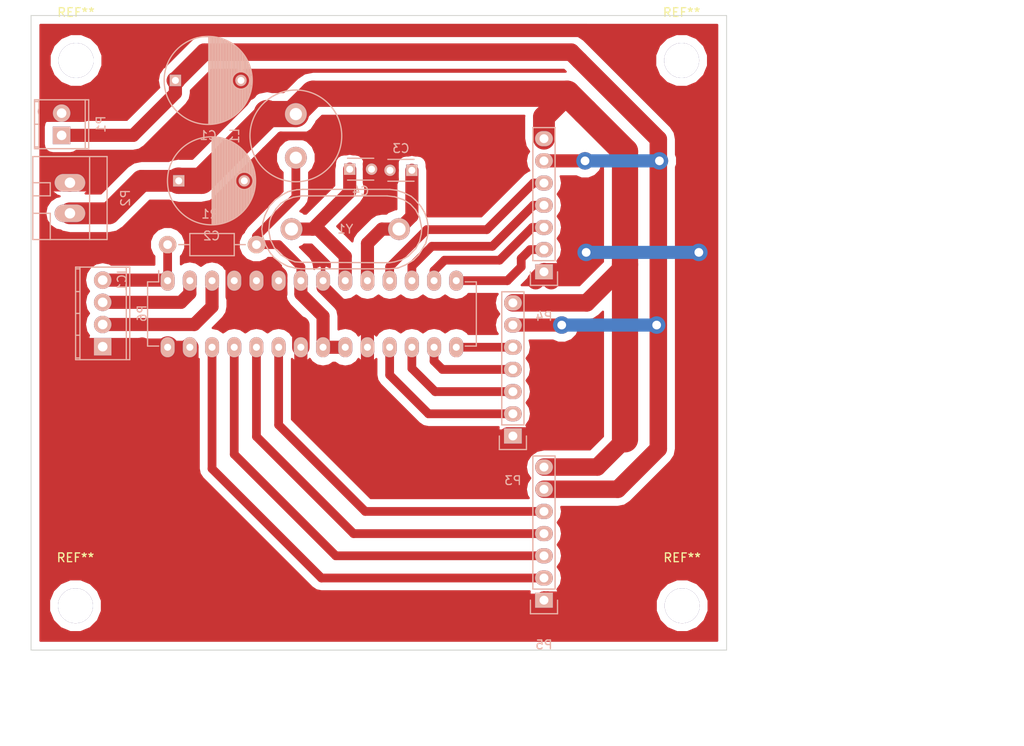
<source format=kicad_pcb>
(kicad_pcb (version 4) (host pcbnew 4.0.0-stable)

  (general
    (links 50)
    (no_connects 0)
    (area 55.118 21.3995 172.275501 106.807001)
    (thickness 1.6)
    (drawings 4)
    (tracks 265)
    (zones 0)
    (modules 18)
    (nets 22)
  )

  (page A4)
  (layers
    (0 F.Cu signal)
    (31 B.Cu signal)
    (32 B.Adhes user)
    (33 F.Adhes user)
    (34 B.Paste user)
    (35 F.Paste user)
    (36 B.SilkS user)
    (37 F.SilkS user)
    (38 B.Mask user)
    (39 F.Mask user)
    (40 Dwgs.User user)
    (41 Cmts.User user)
    (42 Eco1.User user)
    (43 Eco2.User user)
    (44 Edge.Cuts user)
    (45 Margin user)
    (46 B.CrtYd user)
    (47 F.CrtYd user)
    (48 B.Fab user)
    (49 F.Fab user)
  )

  (setup
    (last_trace_width 1)
    (user_trace_width 1)
    (user_trace_width 1)
    (user_trace_width 1.5)
    (user_trace_width 2)
    (user_trace_width 2.5)
    (user_trace_width 3)
    (trace_clearance 0.2)
    (zone_clearance 0.9)
    (zone_45_only no)
    (trace_min 0.2)
    (segment_width 0.2)
    (edge_width 0.1)
    (via_size 2)
    (via_drill 1)
    (via_min_size 0.4)
    (via_min_drill 0.3)
    (uvia_size 0.3)
    (uvia_drill 0.1)
    (uvias_allowed no)
    (uvia_min_size 0.2)
    (uvia_min_drill 0.1)
    (pcb_text_width 0.3)
    (pcb_text_size 1.5 1.5)
    (mod_edge_width 0.15)
    (mod_text_size 1 1)
    (mod_text_width 0.15)
    (pad_size 1.5 1.5)
    (pad_drill 0.6)
    (pad_to_mask_clearance 0)
    (aux_axis_origin 0 0)
    (visible_elements 7FFFFFFF)
    (pcbplotparams
      (layerselection 0x00000_00000001)
      (usegerberextensions false)
      (excludeedgelayer true)
      (linewidth 0.100000)
      (plotframeref false)
      (viasonmask false)
      (mode 1)
      (useauxorigin false)
      (hpglpennumber 1)
      (hpglpenspeed 20)
      (hpglpendiameter 15)
      (hpglpenoverlay 2)
      (psnegative false)
      (psa4output false)
      (plotreference false)
      (plotvalue false)
      (plotinvisibletext false)
      (padsonsilk false)
      (subtractmaskfromsilk false)
      (outputformat 3)
      (mirror false)
      (drillshape 0)
      (scaleselection 1)
      (outputdirectory ""))
  )

  (net 0 "")
  (net 1 +9V)
  (net 2 GND)
  (net 3 +5V)
  (net 4 "Net-(C3-Pad1)")
  (net 5 "Net-(C4-Pad1)")
  (net 6 "Net-(IC1-Pad1)")
  (net 7 "Net-(IC1-Pad2)")
  (net 8 "Net-(IC1-Pad3)")
  (net 9 +5VD)
  (net 10 /STEPPER2PHASEA1)
  (net 11 /STEPPER2PHASEA2)
  (net 12 /STEPPER2PHASEB1)
  (net 13 /STEPPER2PHASEB2)
  (net 14 /STEPPER1PHASEA1)
  (net 15 /STEPPER1PHASEA2)
  (net 16 /STEPPER1PHASEB1)
  (net 17 /STEPPER1PHASEB2)
  (net 18 /STEPPER3PHASEA1)
  (net 19 /STEPPER3PHASEA2)
  (net 20 /STEPPER3PHASEB1)
  (net 21 /STEPPER3PHASEB2)

  (net_class Default "This is the default net class."
    (clearance 0.2)
    (trace_width 1)
    (via_dia 2)
    (via_drill 1)
    (uvia_dia 0.3)
    (uvia_drill 0.1)
    (add_net /STEPPER1PHASEA1)
    (add_net /STEPPER1PHASEA2)
    (add_net /STEPPER1PHASEB1)
    (add_net /STEPPER1PHASEB2)
    (add_net /STEPPER2PHASEA1)
    (add_net /STEPPER2PHASEA2)
    (add_net /STEPPER2PHASEB1)
    (add_net /STEPPER2PHASEB2)
    (add_net /STEPPER3PHASEA1)
    (add_net /STEPPER3PHASEA2)
    (add_net /STEPPER3PHASEB1)
    (add_net /STEPPER3PHASEB2)
  )

  (net_class HighPower ""
    (clearance 0.3)
    (trace_width 1.5)
    (via_dia 2)
    (via_drill 1)
    (uvia_dia 0.3)
    (uvia_drill 0.1)
    (add_net +5V)
    (add_net +5VD)
    (add_net +9V)
    (add_net GND)
    (add_net "Net-(C3-Pad1)")
    (add_net "Net-(C4-Pad1)")
  )

  (net_class data ""
    (clearance 0.2)
    (trace_width 1)
    (via_dia 2)
    (via_drill 1)
    (uvia_dia 0.3)
    (uvia_drill 0.1)
    (add_net "Net-(IC1-Pad1)")
    (add_net "Net-(IC1-Pad2)")
    (add_net "Net-(IC1-Pad3)")
  )

  (module Resistors_ThroughHole:Resistor_Horizontal_RM10mm (layer B.Cu) (tedit 53F56209) (tstamp 566CC55D)
    (at 79.375 49.403 180)
    (descr "Resistor, Axial,  RM 10mm, 1/3W,")
    (tags "Resistor, Axial, RM 10mm, 1/3W,")
    (path /56708DF1)
    (fp_text reference R1 (at 0.24892 3.50012 180) (layer B.SilkS)
      (effects (font (size 1 1) (thickness 0.15)) (justify mirror))
    )
    (fp_text value 10k (at 3.81 -3.81 180) (layer B.Fab)
      (effects (font (size 1 1) (thickness 0.15)) (justify mirror))
    )
    (fp_line (start -2.54 1.27) (end 2.54 1.27) (layer B.SilkS) (width 0.15))
    (fp_line (start 2.54 1.27) (end 2.54 -1.27) (layer B.SilkS) (width 0.15))
    (fp_line (start 2.54 -1.27) (end -2.54 -1.27) (layer B.SilkS) (width 0.15))
    (fp_line (start -2.54 -1.27) (end -2.54 1.27) (layer B.SilkS) (width 0.15))
    (fp_line (start -2.54 0) (end -3.81 0) (layer B.SilkS) (width 0.15))
    (fp_line (start 2.54 0) (end 3.81 0) (layer B.SilkS) (width 0.15))
    (pad 1 thru_hole circle (at -5.08 0 180) (size 1.99898 1.99898) (drill 1.00076) (layers *.Cu *.SilkS *.Mask)
      (net 9 +5VD))
    (pad 2 thru_hole circle (at 5.08 0 180) (size 1.99898 1.99898) (drill 1.00076) (layers *.Cu *.SilkS *.Mask)
      (net 6 "Net-(IC1-Pad1)"))
    (model Resistors_ThroughHole.3dshapes/Resistor_Horizontal_RM10mm.wrl
      (at (xyz 0 0 0))
      (scale (xyz 0.4 0.4 0.4))
      (rotate (xyz 0 0 0))
    )
  )

  (module Capacitors_ThroughHole:C_Radial_D10_L20_P7.5 (layer B.Cu) (tedit 0) (tstamp 566CBFA0)
    (at 75.184 30.607)
    (descr "Radial Electrolytic Capacitor Diameter 10mm x Length 20mm, Pitch 7.5mm")
    (tags "Electrolytic Capacitor")
    (path /566EE15F)
    (fp_text reference C1 (at 3.75 6.3) (layer B.SilkS)
      (effects (font (size 1 1) (thickness 0.15)) (justify mirror))
    )
    (fp_text value 100u (at 3.75 -6.3) (layer B.Fab)
      (effects (font (size 1 1) (thickness 0.15)) (justify mirror))
    )
    (fp_line (start 3.825 4.999) (end 3.825 -4.999) (layer B.SilkS) (width 0.15))
    (fp_line (start 3.965 4.995) (end 3.965 -4.995) (layer B.SilkS) (width 0.15))
    (fp_line (start 4.105 4.987) (end 4.105 -4.987) (layer B.SilkS) (width 0.15))
    (fp_line (start 4.245 4.975) (end 4.245 -4.975) (layer B.SilkS) (width 0.15))
    (fp_line (start 4.385 4.96) (end 4.385 -4.96) (layer B.SilkS) (width 0.15))
    (fp_line (start 4.525 4.94) (end 4.525 -4.94) (layer B.SilkS) (width 0.15))
    (fp_line (start 4.665 4.916) (end 4.665 -4.916) (layer B.SilkS) (width 0.15))
    (fp_line (start 4.805 4.887) (end 4.805 -4.887) (layer B.SilkS) (width 0.15))
    (fp_line (start 4.945 4.855) (end 4.945 -4.855) (layer B.SilkS) (width 0.15))
    (fp_line (start 5.085 4.818) (end 5.085 -4.818) (layer B.SilkS) (width 0.15))
    (fp_line (start 5.225 4.777) (end 5.225 -4.777) (layer B.SilkS) (width 0.15))
    (fp_line (start 5.365 4.732) (end 5.365 -4.732) (layer B.SilkS) (width 0.15))
    (fp_line (start 5.505 4.682) (end 5.505 -4.682) (layer B.SilkS) (width 0.15))
    (fp_line (start 5.645 4.627) (end 5.645 -4.627) (layer B.SilkS) (width 0.15))
    (fp_line (start 5.785 4.567) (end 5.785 -4.567) (layer B.SilkS) (width 0.15))
    (fp_line (start 5.925 4.502) (end 5.925 -4.502) (layer B.SilkS) (width 0.15))
    (fp_line (start 6.065 4.432) (end 6.065 -4.432) (layer B.SilkS) (width 0.15))
    (fp_line (start 6.205 4.356) (end 6.205 -4.356) (layer B.SilkS) (width 0.15))
    (fp_line (start 6.345 4.274) (end 6.345 -4.274) (layer B.SilkS) (width 0.15))
    (fp_line (start 6.485 4.186) (end 6.485 -4.186) (layer B.SilkS) (width 0.15))
    (fp_line (start 6.625 4.091) (end 6.625 0.484) (layer B.SilkS) (width 0.15))
    (fp_line (start 6.625 -0.484) (end 6.625 -4.091) (layer B.SilkS) (width 0.15))
    (fp_line (start 6.765 3.989) (end 6.765 0.678) (layer B.SilkS) (width 0.15))
    (fp_line (start 6.765 -0.678) (end 6.765 -3.989) (layer B.SilkS) (width 0.15))
    (fp_line (start 6.905 3.879) (end 6.905 0.804) (layer B.SilkS) (width 0.15))
    (fp_line (start 6.905 -0.804) (end 6.905 -3.879) (layer B.SilkS) (width 0.15))
    (fp_line (start 7.045 3.761) (end 7.045 0.89) (layer B.SilkS) (width 0.15))
    (fp_line (start 7.045 -0.89) (end 7.045 -3.761) (layer B.SilkS) (width 0.15))
    (fp_line (start 7.185 3.633) (end 7.185 0.949) (layer B.SilkS) (width 0.15))
    (fp_line (start 7.185 -0.949) (end 7.185 -3.633) (layer B.SilkS) (width 0.15))
    (fp_line (start 7.325 3.496) (end 7.325 0.985) (layer B.SilkS) (width 0.15))
    (fp_line (start 7.325 -0.985) (end 7.325 -3.496) (layer B.SilkS) (width 0.15))
    (fp_line (start 7.465 3.346) (end 7.465 0.999) (layer B.SilkS) (width 0.15))
    (fp_line (start 7.465 -0.999) (end 7.465 -3.346) (layer B.SilkS) (width 0.15))
    (fp_line (start 7.605 3.184) (end 7.605 0.994) (layer B.SilkS) (width 0.15))
    (fp_line (start 7.605 -0.994) (end 7.605 -3.184) (layer B.SilkS) (width 0.15))
    (fp_line (start 7.745 3.007) (end 7.745 0.97) (layer B.SilkS) (width 0.15))
    (fp_line (start 7.745 -0.97) (end 7.745 -3.007) (layer B.SilkS) (width 0.15))
    (fp_line (start 7.885 2.811) (end 7.885 0.923) (layer B.SilkS) (width 0.15))
    (fp_line (start 7.885 -0.923) (end 7.885 -2.811) (layer B.SilkS) (width 0.15))
    (fp_line (start 8.025 2.593) (end 8.025 0.851) (layer B.SilkS) (width 0.15))
    (fp_line (start 8.025 -0.851) (end 8.025 -2.593) (layer B.SilkS) (width 0.15))
    (fp_line (start 8.165 2.347) (end 8.165 0.747) (layer B.SilkS) (width 0.15))
    (fp_line (start 8.165 -0.747) (end 8.165 -2.347) (layer B.SilkS) (width 0.15))
    (fp_line (start 8.305 2.062) (end 8.305 0.593) (layer B.SilkS) (width 0.15))
    (fp_line (start 8.305 -0.593) (end 8.305 -2.062) (layer B.SilkS) (width 0.15))
    (fp_line (start 8.445 1.72) (end 8.445 0.327) (layer B.SilkS) (width 0.15))
    (fp_line (start 8.445 -0.327) (end 8.445 -1.72) (layer B.SilkS) (width 0.15))
    (fp_line (start 8.585 1.274) (end 8.585 -1.274) (layer B.SilkS) (width 0.15))
    (fp_line (start 8.725 0.499) (end 8.725 -0.499) (layer B.SilkS) (width 0.15))
    (fp_circle (center 7.5 0) (end 7.5 1) (layer B.SilkS) (width 0.15))
    (fp_circle (center 3.75 0) (end 3.75 5.0375) (layer B.SilkS) (width 0.15))
    (fp_circle (center 3.75 0) (end 3.75 5.3) (layer B.CrtYd) (width 0.05))
    (pad 1 thru_hole rect (at 0 0) (size 1.3 1.3) (drill 0.8) (layers *.Cu *.Mask B.SilkS)
      (net 1 +9V))
    (pad 2 thru_hole circle (at 7.5 0) (size 1.3 1.3) (drill 0.8) (layers *.Cu *.Mask B.SilkS)
      (net 2 GND))
    (model Capacitors_ThroughHole.3dshapes/C_Radial_D10_L20_P7.5.wrl
      (at (xyz 0 0 0))
      (scale (xyz 1 1 1))
      (rotate (xyz 0 0 0))
    )
  )

  (module Capacitors_ThroughHole:C_Radial_D10_L20_P7.5 (layer B.Cu) (tedit 0) (tstamp 566CBFDB)
    (at 75.565 42.1005)
    (descr "Radial Electrolytic Capacitor Diameter 10mm x Length 20mm, Pitch 7.5mm")
    (tags "Electrolytic Capacitor")
    (path /566EE160)
    (fp_text reference C2 (at 3.75 6.3) (layer B.SilkS)
      (effects (font (size 1 1) (thickness 0.15)) (justify mirror))
    )
    (fp_text value 320u (at 3.75 -6.3) (layer B.Fab)
      (effects (font (size 1 1) (thickness 0.15)) (justify mirror))
    )
    (fp_line (start 3.825 4.999) (end 3.825 -4.999) (layer B.SilkS) (width 0.15))
    (fp_line (start 3.965 4.995) (end 3.965 -4.995) (layer B.SilkS) (width 0.15))
    (fp_line (start 4.105 4.987) (end 4.105 -4.987) (layer B.SilkS) (width 0.15))
    (fp_line (start 4.245 4.975) (end 4.245 -4.975) (layer B.SilkS) (width 0.15))
    (fp_line (start 4.385 4.96) (end 4.385 -4.96) (layer B.SilkS) (width 0.15))
    (fp_line (start 4.525 4.94) (end 4.525 -4.94) (layer B.SilkS) (width 0.15))
    (fp_line (start 4.665 4.916) (end 4.665 -4.916) (layer B.SilkS) (width 0.15))
    (fp_line (start 4.805 4.887) (end 4.805 -4.887) (layer B.SilkS) (width 0.15))
    (fp_line (start 4.945 4.855) (end 4.945 -4.855) (layer B.SilkS) (width 0.15))
    (fp_line (start 5.085 4.818) (end 5.085 -4.818) (layer B.SilkS) (width 0.15))
    (fp_line (start 5.225 4.777) (end 5.225 -4.777) (layer B.SilkS) (width 0.15))
    (fp_line (start 5.365 4.732) (end 5.365 -4.732) (layer B.SilkS) (width 0.15))
    (fp_line (start 5.505 4.682) (end 5.505 -4.682) (layer B.SilkS) (width 0.15))
    (fp_line (start 5.645 4.627) (end 5.645 -4.627) (layer B.SilkS) (width 0.15))
    (fp_line (start 5.785 4.567) (end 5.785 -4.567) (layer B.SilkS) (width 0.15))
    (fp_line (start 5.925 4.502) (end 5.925 -4.502) (layer B.SilkS) (width 0.15))
    (fp_line (start 6.065 4.432) (end 6.065 -4.432) (layer B.SilkS) (width 0.15))
    (fp_line (start 6.205 4.356) (end 6.205 -4.356) (layer B.SilkS) (width 0.15))
    (fp_line (start 6.345 4.274) (end 6.345 -4.274) (layer B.SilkS) (width 0.15))
    (fp_line (start 6.485 4.186) (end 6.485 -4.186) (layer B.SilkS) (width 0.15))
    (fp_line (start 6.625 4.091) (end 6.625 0.484) (layer B.SilkS) (width 0.15))
    (fp_line (start 6.625 -0.484) (end 6.625 -4.091) (layer B.SilkS) (width 0.15))
    (fp_line (start 6.765 3.989) (end 6.765 0.678) (layer B.SilkS) (width 0.15))
    (fp_line (start 6.765 -0.678) (end 6.765 -3.989) (layer B.SilkS) (width 0.15))
    (fp_line (start 6.905 3.879) (end 6.905 0.804) (layer B.SilkS) (width 0.15))
    (fp_line (start 6.905 -0.804) (end 6.905 -3.879) (layer B.SilkS) (width 0.15))
    (fp_line (start 7.045 3.761) (end 7.045 0.89) (layer B.SilkS) (width 0.15))
    (fp_line (start 7.045 -0.89) (end 7.045 -3.761) (layer B.SilkS) (width 0.15))
    (fp_line (start 7.185 3.633) (end 7.185 0.949) (layer B.SilkS) (width 0.15))
    (fp_line (start 7.185 -0.949) (end 7.185 -3.633) (layer B.SilkS) (width 0.15))
    (fp_line (start 7.325 3.496) (end 7.325 0.985) (layer B.SilkS) (width 0.15))
    (fp_line (start 7.325 -0.985) (end 7.325 -3.496) (layer B.SilkS) (width 0.15))
    (fp_line (start 7.465 3.346) (end 7.465 0.999) (layer B.SilkS) (width 0.15))
    (fp_line (start 7.465 -0.999) (end 7.465 -3.346) (layer B.SilkS) (width 0.15))
    (fp_line (start 7.605 3.184) (end 7.605 0.994) (layer B.SilkS) (width 0.15))
    (fp_line (start 7.605 -0.994) (end 7.605 -3.184) (layer B.SilkS) (width 0.15))
    (fp_line (start 7.745 3.007) (end 7.745 0.97) (layer B.SilkS) (width 0.15))
    (fp_line (start 7.745 -0.97) (end 7.745 -3.007) (layer B.SilkS) (width 0.15))
    (fp_line (start 7.885 2.811) (end 7.885 0.923) (layer B.SilkS) (width 0.15))
    (fp_line (start 7.885 -0.923) (end 7.885 -2.811) (layer B.SilkS) (width 0.15))
    (fp_line (start 8.025 2.593) (end 8.025 0.851) (layer B.SilkS) (width 0.15))
    (fp_line (start 8.025 -0.851) (end 8.025 -2.593) (layer B.SilkS) (width 0.15))
    (fp_line (start 8.165 2.347) (end 8.165 0.747) (layer B.SilkS) (width 0.15))
    (fp_line (start 8.165 -0.747) (end 8.165 -2.347) (layer B.SilkS) (width 0.15))
    (fp_line (start 8.305 2.062) (end 8.305 0.593) (layer B.SilkS) (width 0.15))
    (fp_line (start 8.305 -0.593) (end 8.305 -2.062) (layer B.SilkS) (width 0.15))
    (fp_line (start 8.445 1.72) (end 8.445 0.327) (layer B.SilkS) (width 0.15))
    (fp_line (start 8.445 -0.327) (end 8.445 -1.72) (layer B.SilkS) (width 0.15))
    (fp_line (start 8.585 1.274) (end 8.585 -1.274) (layer B.SilkS) (width 0.15))
    (fp_line (start 8.725 0.499) (end 8.725 -0.499) (layer B.SilkS) (width 0.15))
    (fp_circle (center 7.5 0) (end 7.5 1) (layer B.SilkS) (width 0.15))
    (fp_circle (center 3.75 0) (end 3.75 5.0375) (layer B.SilkS) (width 0.15))
    (fp_circle (center 3.75 0) (end 3.75 5.3) (layer B.CrtYd) (width 0.05))
    (pad 1 thru_hole rect (at 0 0) (size 1.3 1.3) (drill 0.8) (layers *.Cu *.Mask B.SilkS)
      (net 3 +5V))
    (pad 2 thru_hole circle (at 7.5 0) (size 1.3 1.3) (drill 0.8) (layers *.Cu *.Mask B.SilkS)
      (net 2 GND))
    (model Capacitors_ThroughHole.3dshapes/C_Radial_D10_L20_P7.5.wrl
      (at (xyz 0 0 0))
      (scale (xyz 1 1 1))
      (rotate (xyz 0 0 0))
    )
  )

  (module Capacitors_ThroughHole:C_Disc_D3_P2.5 (layer B.Cu) (tedit 0) (tstamp 566CBFE7)
    (at 102.235 40.894 180)
    (descr "Capacitor 3mm Disc, Pitch 2.5mm")
    (tags Capacitor)
    (path /56713BB3)
    (fp_text reference C3 (at 1.25 2.5 180) (layer B.SilkS)
      (effects (font (size 1 1) (thickness 0.15)) (justify mirror))
    )
    (fp_text value C (at 1.25 -2.5 180) (layer B.Fab)
      (effects (font (size 1 1) (thickness 0.15)) (justify mirror))
    )
    (fp_line (start -0.9 1.5) (end 3.4 1.5) (layer B.CrtYd) (width 0.05))
    (fp_line (start 3.4 1.5) (end 3.4 -1.5) (layer B.CrtYd) (width 0.05))
    (fp_line (start 3.4 -1.5) (end -0.9 -1.5) (layer B.CrtYd) (width 0.05))
    (fp_line (start -0.9 -1.5) (end -0.9 1.5) (layer B.CrtYd) (width 0.05))
    (fp_line (start -0.25 1.25) (end 2.75 1.25) (layer B.SilkS) (width 0.15))
    (fp_line (start 2.75 -1.25) (end -0.25 -1.25) (layer B.SilkS) (width 0.15))
    (pad 1 thru_hole rect (at 0 0 180) (size 1.3 1.3) (drill 0.8) (layers *.Cu *.Mask B.SilkS)
      (net 4 "Net-(C3-Pad1)"))
    (pad 2 thru_hole circle (at 2.5 0 180) (size 1.3 1.3) (drill 0.8001) (layers *.Cu *.Mask B.SilkS)
      (net 2 GND))
    (model Capacitors_ThroughHole.3dshapes/C_Disc_D3_P2.5.wrl
      (at (xyz 0.0492126 0 0))
      (scale (xyz 1 1 1))
      (rotate (xyz 0 0 0))
    )
  )

  (module Capacitors_ThroughHole:C_Disc_D3_P2.5 (layer B.Cu) (tedit 0) (tstamp 566CBFF3)
    (at 95.123 40.767)
    (descr "Capacitor 3mm Disc, Pitch 2.5mm")
    (tags Capacitor)
    (path /56713E19)
    (fp_text reference C4 (at 1.25 2.5) (layer B.SilkS)
      (effects (font (size 1 1) (thickness 0.15)) (justify mirror))
    )
    (fp_text value C (at 1.25 -2.5) (layer B.Fab)
      (effects (font (size 1 1) (thickness 0.15)) (justify mirror))
    )
    (fp_line (start -0.9 1.5) (end 3.4 1.5) (layer B.CrtYd) (width 0.05))
    (fp_line (start 3.4 1.5) (end 3.4 -1.5) (layer B.CrtYd) (width 0.05))
    (fp_line (start 3.4 -1.5) (end -0.9 -1.5) (layer B.CrtYd) (width 0.05))
    (fp_line (start -0.9 -1.5) (end -0.9 1.5) (layer B.CrtYd) (width 0.05))
    (fp_line (start -0.25 1.25) (end 2.75 1.25) (layer B.SilkS) (width 0.15))
    (fp_line (start 2.75 -1.25) (end -0.25 -1.25) (layer B.SilkS) (width 0.15))
    (pad 1 thru_hole rect (at 0 0) (size 1.3 1.3) (drill 0.8) (layers *.Cu *.Mask B.SilkS)
      (net 5 "Net-(C4-Pad1)"))
    (pad 2 thru_hole circle (at 2.5 0) (size 1.3 1.3) (drill 0.8001) (layers *.Cu *.Mask B.SilkS)
      (net 2 GND))
    (model Capacitors_ThroughHole.3dshapes/C_Disc_D3_P2.5.wrl
      (at (xyz 0.0492126 0 0))
      (scale (xyz 1 1 1))
      (rotate (xyz 0 0 0))
    )
  )

  (module Housings_DIP:DIP-28_W7.62mm_LongPads (layer B.Cu) (tedit 54130A77) (tstamp 566CC186)
    (at 74.295 53.5305 270)
    (descr "28-lead dip package, row spacing 7.62 mm (300 mils), longer pads")
    (tags "dil dip 2.54 300")
    (path /56702333)
    (fp_text reference IC1 (at 0 5.22 270) (layer B.SilkS)
      (effects (font (size 1 1) (thickness 0.15)) (justify mirror))
    )
    (fp_text value ATMEGA328-P (at 0 3.72 270) (layer B.Fab)
      (effects (font (size 1 1) (thickness 0.15)) (justify mirror))
    )
    (fp_line (start -1.4 2.45) (end -1.4 -35.5) (layer B.CrtYd) (width 0.05))
    (fp_line (start 9 2.45) (end 9 -35.5) (layer B.CrtYd) (width 0.05))
    (fp_line (start -1.4 2.45) (end 9 2.45) (layer B.CrtYd) (width 0.05))
    (fp_line (start -1.4 -35.5) (end 9 -35.5) (layer B.CrtYd) (width 0.05))
    (fp_line (start 0.135 2.295) (end 0.135 1.025) (layer B.SilkS) (width 0.15))
    (fp_line (start 7.485 2.295) (end 7.485 1.025) (layer B.SilkS) (width 0.15))
    (fp_line (start 7.485 -35.315) (end 7.485 -34.045) (layer B.SilkS) (width 0.15))
    (fp_line (start 0.135 -35.315) (end 0.135 -34.045) (layer B.SilkS) (width 0.15))
    (fp_line (start 0.135 2.295) (end 7.485 2.295) (layer B.SilkS) (width 0.15))
    (fp_line (start 0.135 -35.315) (end 7.485 -35.315) (layer B.SilkS) (width 0.15))
    (fp_line (start 0.135 1.025) (end -1.15 1.025) (layer B.SilkS) (width 0.15))
    (pad 1 thru_hole oval (at 0 0 270) (size 2.3 1.6) (drill 0.8) (layers *.Cu *.Mask B.SilkS)
      (net 6 "Net-(IC1-Pad1)"))
    (pad 2 thru_hole oval (at 0 -2.54 270) (size 2.3 1.6) (drill 0.8) (layers *.Cu *.Mask B.SilkS)
      (net 7 "Net-(IC1-Pad2)"))
    (pad 3 thru_hole oval (at 0 -5.08 270) (size 2.3 1.6) (drill 0.8) (layers *.Cu *.Mask B.SilkS)
      (net 8 "Net-(IC1-Pad3)"))
    (pad 4 thru_hole oval (at 0 -7.62 270) (size 2.3 1.6) (drill 0.8) (layers *.Cu *.Mask B.SilkS)
      (net 2 GND))
    (pad 5 thru_hole oval (at 0 -10.16 270) (size 2.3 1.6) (drill 0.8) (layers *.Cu *.Mask B.SilkS)
      (net 2 GND))
    (pad 6 thru_hole oval (at 0 -12.7 270) (size 2.3 1.6) (drill 0.8) (layers *.Cu *.Mask B.SilkS)
      (net 2 GND))
    (pad 7 thru_hole oval (at 0 -15.24 270) (size 2.3 1.6) (drill 0.8) (layers *.Cu *.Mask B.SilkS)
      (net 9 +5VD))
    (pad 8 thru_hole oval (at 0 -17.78 270) (size 2.3 1.6) (drill 0.8) (layers *.Cu *.Mask B.SilkS)
      (net 2 GND))
    (pad 9 thru_hole oval (at 0 -20.32 270) (size 2.3 1.6) (drill 0.8) (layers *.Cu *.Mask B.SilkS)
      (net 5 "Net-(C4-Pad1)"))
    (pad 10 thru_hole oval (at 0 -22.86 270) (size 2.3 1.6) (drill 0.8) (layers *.Cu *.Mask B.SilkS)
      (net 4 "Net-(C3-Pad1)"))
    (pad 11 thru_hole oval (at 0 -25.4 270) (size 2.3 1.6) (drill 0.8) (layers *.Cu *.Mask B.SilkS)
      (net 10 /STEPPER2PHASEA1))
    (pad 12 thru_hole oval (at 0 -27.94 270) (size 2.3 1.6) (drill 0.8) (layers *.Cu *.Mask B.SilkS)
      (net 11 /STEPPER2PHASEA2))
    (pad 13 thru_hole oval (at 0 -30.48 270) (size 2.3 1.6) (drill 0.8) (layers *.Cu *.Mask B.SilkS)
      (net 12 /STEPPER2PHASEB1))
    (pad 14 thru_hole oval (at 0 -33.02 270) (size 2.3 1.6) (drill 0.8) (layers *.Cu *.Mask B.SilkS)
      (net 13 /STEPPER2PHASEB2))
    (pad 15 thru_hole oval (at 7.62 -33.02 270) (size 2.3 1.6) (drill 0.8) (layers *.Cu *.Mask B.SilkS)
      (net 14 /STEPPER1PHASEA1))
    (pad 16 thru_hole oval (at 7.62 -30.48 270) (size 2.3 1.6) (drill 0.8) (layers *.Cu *.Mask B.SilkS)
      (net 15 /STEPPER1PHASEA2))
    (pad 17 thru_hole oval (at 7.62 -27.94 270) (size 2.3 1.6) (drill 0.8) (layers *.Cu *.Mask B.SilkS)
      (net 16 /STEPPER1PHASEB1))
    (pad 18 thru_hole oval (at 7.62 -25.4 270) (size 2.3 1.6) (drill 0.8) (layers *.Cu *.Mask B.SilkS)
      (net 17 /STEPPER1PHASEB2))
    (pad 19 thru_hole oval (at 7.62 -22.86 270) (size 2.3 1.6) (drill 0.8) (layers *.Cu *.Mask B.SilkS)
      (net 2 GND))
    (pad 20 thru_hole oval (at 7.62 -20.32 270) (size 2.3 1.6) (drill 0.8) (layers *.Cu *.Mask B.SilkS)
      (net 9 +5VD))
    (pad 21 thru_hole oval (at 7.62 -17.78 270) (size 2.3 1.6) (drill 0.8) (layers *.Cu *.Mask B.SilkS)
      (net 9 +5VD))
    (pad 22 thru_hole oval (at 7.62 -15.24 270) (size 2.3 1.6) (drill 0.8) (layers *.Cu *.Mask B.SilkS)
      (net 2 GND))
    (pad 23 thru_hole oval (at 7.62 -12.7 270) (size 2.3 1.6) (drill 0.8) (layers *.Cu *.Mask B.SilkS)
      (net 18 /STEPPER3PHASEA1))
    (pad 24 thru_hole oval (at 7.62 -10.16 270) (size 2.3 1.6) (drill 0.8) (layers *.Cu *.Mask B.SilkS)
      (net 19 /STEPPER3PHASEA2))
    (pad 25 thru_hole oval (at 7.62 -7.62 270) (size 2.3 1.6) (drill 0.8) (layers *.Cu *.Mask B.SilkS)
      (net 20 /STEPPER3PHASEB1))
    (pad 26 thru_hole oval (at 7.62 -5.08 270) (size 2.3 1.6) (drill 0.8) (layers *.Cu *.Mask B.SilkS)
      (net 21 /STEPPER3PHASEB2))
    (pad 27 thru_hole oval (at 7.62 -2.54 270) (size 2.3 1.6) (drill 0.8) (layers *.Cu *.Mask B.SilkS)
      (net 2 GND))
    (pad 28 thru_hole oval (at 7.62 0 270) (size 2.3 1.6) (drill 0.8) (layers *.Cu *.Mask B.SilkS)
      (net 2 GND))
    (model Housings_DIP.3dshapes/DIP-28_W7.62mm_LongPads.wrl
      (at (xyz 0 0 0))
      (scale (xyz 1 1 1))
      (rotate (xyz 0 0 0))
    )
  )

  (module Inductors_NEOSID:Neosid_Inductor_Sd12k-style3 (layer B.Cu) (tedit 0) (tstamp 566CC18D)
    (at 88.9635 36.957 270)
    (descr "Neosid, Inductor, Sd12k-style3, Festinduktivitaet, Through hole,")
    (tags "Neosid, Inductor, Sd12k-style3, Festinduktivitaet, Through hole,")
    (path /56702BA8)
    (fp_text reference L1 (at 0 7.00024 270) (layer B.SilkS)
      (effects (font (size 1 1) (thickness 0.15)) (justify mirror))
    )
    (fp_text value INDUCTOR (at 0.50038 -8.49884 270) (layer B.Fab)
      (effects (font (size 1 1) (thickness 0.15)) (justify mirror))
    )
    (fp_circle (center 0 0) (end 5.25018 0) (layer B.SilkS) (width 0.15))
    (pad 2 thru_hole circle (at 2.49936 0 270) (size 2.49936 2.49936) (drill 1.39954) (layers *.Cu *.Mask B.SilkS)
      (net 9 +5VD))
    (pad 1 thru_hole circle (at -2.49936 0 270) (size 2.49936 2.49936) (drill 1.39954) (layers *.Cu *.Mask B.SilkS)
      (net 3 +5V))
  )

  (module Terminal_Blocks:TerminalBlock_Pheonix_MPT-2.54mm_2pol (layer B.Cu) (tedit 0) (tstamp 566CC212)
    (at 62.1665 36.8935 90)
    (descr "2-way 2.54mm pitch terminal block, Phoenix MPT series")
    (path /566EE131)
    (fp_text reference P1 (at 1.27 4.50088 90) (layer B.SilkS)
      (effects (font (size 1 1) (thickness 0.15)) (justify mirror))
    )
    (fp_text value CONN_01X02 (at 1.27 -4.50088 90) (layer B.Fab)
      (effects (font (size 1 1) (thickness 0.15)) (justify mirror))
    )
    (fp_line (start -1.7 3.3) (end 4.3 3.3) (layer B.CrtYd) (width 0.05))
    (fp_line (start -1.7 -3.3) (end -1.7 3.3) (layer B.CrtYd) (width 0.05))
    (fp_line (start 4.3 -3.3) (end -1.7 -3.3) (layer B.CrtYd) (width 0.05))
    (fp_line (start 4.3 3.3) (end 4.3 -3.3) (layer B.CrtYd) (width 0.05))
    (fp_line (start 4.06908 -2.60096) (end -1.52908 -2.60096) (layer B.SilkS) (width 0.15))
    (fp_line (start -1.33096 -3.0988) (end -1.33096 -2.60096) (layer B.SilkS) (width 0.15))
    (fp_line (start 3.87096 -2.60096) (end 3.87096 -3.0988) (layer B.SilkS) (width 0.15))
    (fp_line (start 1.27 -3.0988) (end 1.27 -2.60096) (layer B.SilkS) (width 0.15))
    (fp_line (start -1.52908 2.70002) (end 4.06908 2.70002) (layer B.SilkS) (width 0.15))
    (fp_line (start -1.52908 -3.0988) (end 4.06908 -3.0988) (layer B.SilkS) (width 0.15))
    (fp_line (start 4.06908 -3.0988) (end 4.06908 3.0988) (layer B.SilkS) (width 0.15))
    (fp_line (start 4.06908 3.0988) (end -1.52908 3.0988) (layer B.SilkS) (width 0.15))
    (fp_line (start -1.52908 3.0988) (end -1.52908 -3.0988) (layer B.SilkS) (width 0.15))
    (pad 2 thru_hole oval (at 2.54 0 90) (size 1.99898 1.99898) (drill 1.09728) (layers *.Cu *.Mask B.SilkS)
      (net 2 GND))
    (pad 1 thru_hole rect (at 0 0 90) (size 1.99898 1.99898) (drill 1.09728) (layers *.Cu *.Mask B.SilkS)
      (net 1 +9V))
    (model Terminal_Blocks.3dshapes/TerminalBlock_Pheonix_MPT-2.54mm_2pol.wrl
      (at (xyz 0.05 0 0))
      (scale (xyz 1 1 1))
      (rotate (xyz 0 0 0))
    )
  )

  (module Terminal_Blocks:TerminalBlock_Pheonix_MPT-2.54mm_4pol (layer B.Cu) (tedit 0) (tstamp 566CC281)
    (at 66.8655 61.087 90)
    (descr "4-way 2.54mm pitch terminal block, Phoenix MPT series")
    (path /567292FA)
    (fp_text reference P6 (at 3.81 4.50088 90) (layer B.SilkS)
      (effects (font (size 1 1) (thickness 0.15)) (justify mirror))
    )
    (fp_text value CONN_01X04 (at 3.81 -4.50088 90) (layer B.Fab)
      (effects (font (size 1 1) (thickness 0.15)) (justify mirror))
    )
    (fp_line (start -1.778 3.302) (end 9.398 3.302) (layer B.CrtYd) (width 0.05))
    (fp_line (start -1.778 -3.302) (end -1.778 3.302) (layer B.CrtYd) (width 0.05))
    (fp_line (start 9.398 -3.302) (end -1.778 -3.302) (layer B.CrtYd) (width 0.05))
    (fp_line (start 9.398 3.302) (end 9.398 -3.302) (layer B.CrtYd) (width 0.05))
    (fp_line (start 9.11098 3.0988) (end -1.49098 3.0988) (layer B.SilkS) (width 0.15))
    (fp_line (start -1.49098 2.70002) (end 9.11098 2.70002) (layer B.SilkS) (width 0.15))
    (fp_line (start -1.49098 -2.60096) (end 9.11098 -2.60096) (layer B.SilkS) (width 0.15))
    (fp_line (start 9.11098 -3.0988) (end -1.49098 -3.0988) (layer B.SilkS) (width 0.15))
    (fp_line (start 6.30682 -2.60096) (end 6.30682 -3.0988) (layer B.SilkS) (width 0.15))
    (fp_line (start 3.81 -2.60096) (end 3.81 -3.0988) (layer B.SilkS) (width 0.15))
    (fp_line (start -1.28778 -3.0988) (end -1.28778 -2.60096) (layer B.SilkS) (width 0.15))
    (fp_line (start 8.91032 -2.60096) (end 8.91032 -3.0988) (layer B.SilkS) (width 0.15))
    (fp_line (start 1.31318 -3.0988) (end 1.31318 -2.60096) (layer B.SilkS) (width 0.15))
    (fp_line (start 9.10844 -3.0988) (end 9.10844 3.0988) (layer B.SilkS) (width 0.15))
    (fp_line (start -1.4859 3.0988) (end -1.4859 -3.0988) (layer B.SilkS) (width 0.15))
    (pad 4 thru_hole oval (at 7.62 0 270) (size 1.99898 1.99898) (drill 1.09728) (layers *.Cu *.Mask B.SilkS)
      (net 6 "Net-(IC1-Pad1)"))
    (pad 1 thru_hole rect (at 0 0 270) (size 1.99898 1.99898) (drill 1.09728) (layers *.Cu *.Mask B.SilkS)
      (net 2 GND))
    (pad 2 thru_hole oval (at 2.54 0 270) (size 1.99898 1.99898) (drill 1.09728) (layers *.Cu *.Mask B.SilkS)
      (net 8 "Net-(IC1-Pad3)"))
    (pad 3 thru_hole oval (at 5.08 0 270) (size 1.99898 1.99898) (drill 1.09728) (layers *.Cu *.Mask B.SilkS)
      (net 7 "Net-(IC1-Pad2)"))
    (model Terminal_Blocks.3dshapes/TerminalBlock_Pheonix_MPT-2.54mm_4pol.wrl
      (at (xyz 0.15 0 0))
      (scale (xyz 1 1 1))
      (rotate (xyz 0 0 0))
    )
  )

  (module Crystals:Crystal_HC48-U_Vertical (layer B.Cu) (tedit 0) (tstamp 566CC708)
    (at 94.615 47.625)
    (descr "Crystal, Quarz, HC48/U, vertical, stehend,")
    (tags "Crystal, Quarz, HC48/U, vertical, stehend,")
    (path /56713583)
    (fp_text reference Y1 (at 0 0) (layer B.SilkS)
      (effects (font (size 1 1) (thickness 0.15)) (justify mirror))
    )
    (fp_text value Crystal (at 0 -6.35) (layer B.Fab)
      (effects (font (size 1 1) (thickness 0.15)) (justify mirror))
    )
    (fp_line (start -5.15112 3.79984) (end 5.04952 3.85064) (layer B.SilkS) (width 0.15))
    (fp_line (start 5.04952 3.85064) (end 5.64896 3.74904) (layer B.SilkS) (width 0.15))
    (fp_line (start 5.64896 3.74904) (end 6.49986 3.50012) (layer B.SilkS) (width 0.15))
    (fp_line (start 6.49986 3.50012) (end 7.2009 3.0988) (layer B.SilkS) (width 0.15))
    (fp_line (start 7.2009 3.0988) (end 8.04926 2.25044) (layer B.SilkS) (width 0.15))
    (fp_line (start 8.04926 2.25044) (end 8.49884 1.39954) (layer B.SilkS) (width 0.15))
    (fp_line (start 8.49884 1.39954) (end 8.6995 0.55118) (layer B.SilkS) (width 0.15))
    (fp_line (start 8.6995 0.55118) (end 8.7503 -0.09906) (layer B.SilkS) (width 0.15))
    (fp_line (start 8.7503 -0.09906) (end 8.49884 -1.34874) (layer B.SilkS) (width 0.15))
    (fp_line (start 8.49884 -1.34874) (end 8.04926 -2.19964) (layer B.SilkS) (width 0.15))
    (fp_line (start 8.04926 -2.19964) (end 7.44982 -2.84988) (layer B.SilkS) (width 0.15))
    (fp_line (start 7.44982 -2.84988) (end 6.70052 -3.35026) (layer B.SilkS) (width 0.15))
    (fp_line (start 6.70052 -3.35026) (end 5.64896 -3.70078) (layer B.SilkS) (width 0.15))
    (fp_line (start 5.64896 -3.70078) (end 4.8006 -3.79984) (layer B.SilkS) (width 0.15))
    (fp_line (start 4.8006 -3.79984) (end -5.00126 -3.79984) (layer B.SilkS) (width 0.15))
    (fp_line (start -5.00126 -3.79984) (end -5.95122 -3.64998) (layer B.SilkS) (width 0.15))
    (fp_line (start -5.95122 -3.64998) (end -6.70052 -3.35026) (layer B.SilkS) (width 0.15))
    (fp_line (start -6.70052 -3.35026) (end -7.35076 -2.94894) (layer B.SilkS) (width 0.15))
    (fp_line (start -7.35076 -2.94894) (end -7.8994 -2.3495) (layer B.SilkS) (width 0.15))
    (fp_line (start -7.8994 -2.3495) (end -8.45058 -1.45034) (layer B.SilkS) (width 0.15))
    (fp_line (start -8.45058 -1.45034) (end -8.65124 -0.89916) (layer B.SilkS) (width 0.15))
    (fp_line (start -8.65124 -0.89916) (end -8.7503 0.20066) (layer B.SilkS) (width 0.15))
    (fp_line (start -8.7503 0.20066) (end -8.54964 1.24968) (layer B.SilkS) (width 0.15))
    (fp_line (start -8.54964 1.24968) (end -8.10006 2.14884) (layer B.SilkS) (width 0.15))
    (fp_line (start -8.10006 2.14884) (end -7.35076 2.94894) (layer B.SilkS) (width 0.15))
    (fp_line (start -7.35076 2.94894) (end -6.55066 3.44932) (layer B.SilkS) (width 0.15))
    (fp_line (start -6.55066 3.44932) (end -5.75056 3.74904) (layer B.SilkS) (width 0.15))
    (fp_line (start -5.75056 3.74904) (end -5.10032 3.79984) (layer B.SilkS) (width 0.15))
    (fp_line (start 5.10032 -4.54914) (end -4.84886 -4.54914) (layer B.SilkS) (width 0.15))
    (fp_line (start -4.84886 -4.54914) (end -5.5499 -4.50088) (layer B.SilkS) (width 0.15))
    (fp_line (start -5.5499 -4.50088) (end -6.49986 -4.30022) (layer B.SilkS) (width 0.15))
    (fp_line (start -6.49986 -4.30022) (end -7.24916 -3.8989) (layer B.SilkS) (width 0.15))
    (fp_line (start -7.24916 -3.8989) (end -8.001 -3.35026) (layer B.SilkS) (width 0.15))
    (fp_line (start -8.001 -3.35026) (end -8.6995 -2.60096) (layer B.SilkS) (width 0.15))
    (fp_line (start -8.6995 -2.60096) (end -9.19988 -1.5494) (layer B.SilkS) (width 0.15))
    (fp_line (start -9.19988 -1.5494) (end -9.4488 -0.65024) (layer B.SilkS) (width 0.15))
    (fp_line (start -9.4488 -0.65024) (end -9.5504 0) (layer B.SilkS) (width 0.15))
    (fp_line (start -9.5504 0) (end -9.4488 0.8001) (layer B.SilkS) (width 0.15))
    (fp_line (start -9.4488 0.8001) (end -9.10082 1.84912) (layer B.SilkS) (width 0.15))
    (fp_line (start -9.10082 1.84912) (end -8.60044 2.70002) (layer B.SilkS) (width 0.15))
    (fp_line (start -8.60044 2.70002) (end -8.15086 3.2512) (layer B.SilkS) (width 0.15))
    (fp_line (start -8.15086 3.2512) (end -7.44982 3.79984) (layer B.SilkS) (width 0.15))
    (fp_line (start -7.44982 3.79984) (end -6.59892 4.24942) (layer B.SilkS) (width 0.15))
    (fp_line (start -6.59892 4.24942) (end -5.79882 4.45008) (layer B.SilkS) (width 0.15))
    (fp_line (start -5.79882 4.45008) (end -5.04952 4.54914) (layer B.SilkS) (width 0.15))
    (fp_line (start -5.04952 4.54914) (end 5.10032 4.54914) (layer B.SilkS) (width 0.15))
    (fp_line (start 5.10032 4.54914) (end 6.05028 4.45008) (layer B.SilkS) (width 0.15))
    (fp_line (start 6.05028 4.45008) (end 6.90118 4.09956) (layer B.SilkS) (width 0.15))
    (fp_line (start 6.90118 4.09956) (end 7.80034 3.55092) (layer B.SilkS) (width 0.15))
    (fp_line (start 7.80034 3.55092) (end 8.39978 2.94894) (layer B.SilkS) (width 0.15))
    (fp_line (start 8.39978 2.94894) (end 9.19988 1.651) (layer B.SilkS) (width 0.15))
    (fp_line (start 9.19988 1.651) (end 9.4488 0.65024) (layer B.SilkS) (width 0.15))
    (fp_line (start 9.4488 0.65024) (end 9.4996 -0.24892) (layer B.SilkS) (width 0.15))
    (fp_line (start 9.4996 -0.24892) (end 9.34974 -1.15062) (layer B.SilkS) (width 0.15))
    (fp_line (start 9.34974 -1.15062) (end 9.10082 -1.84912) (layer B.SilkS) (width 0.15))
    (fp_line (start 9.10082 -1.84912) (end 8.65124 -2.60096) (layer B.SilkS) (width 0.15))
    (fp_line (start 8.65124 -2.60096) (end 8.001 -3.35026) (layer B.SilkS) (width 0.15))
    (fp_line (start 8.001 -3.35026) (end 7.54888 -3.74904) (layer B.SilkS) (width 0.15))
    (fp_line (start 7.54888 -3.74904) (end 6.74878 -4.15036) (layer B.SilkS) (width 0.15))
    (fp_line (start 6.74878 -4.15036) (end 5.84962 -4.45008) (layer B.SilkS) (width 0.15))
    (fp_line (start 5.84962 -4.45008) (end 5.10032 -4.54914) (layer B.SilkS) (width 0.15))
    (pad 1 thru_hole circle (at -6.14934 0) (size 2.49936 2.49936) (drill 1.50114) (layers *.Cu *.Mask B.SilkS)
      (net 5 "Net-(C4-Pad1)"))
    (pad 2 thru_hole circle (at 6.14934 0) (size 2.49936 2.49936) (drill 1.50114) (layers *.Cu *.Mask B.SilkS)
      (net 4 "Net-(C3-Pad1)"))
  )

  (module Pin_Headers:Pin_Header_Straight_1x07 (layer B.Cu) (tedit 0) (tstamp 569D107A)
    (at 113.792 71.3105)
    (descr "Through hole pin header")
    (tags "pin header")
    (path /569D179A)
    (fp_text reference P3 (at 0 5.1) (layer B.SilkS)
      (effects (font (size 1 1) (thickness 0.15)) (justify mirror))
    )
    (fp_text value CONN_01X07 (at 0 3.1) (layer B.Fab)
      (effects (font (size 1 1) (thickness 0.15)) (justify mirror))
    )
    (fp_line (start -1.75 1.75) (end -1.75 -17) (layer B.CrtYd) (width 0.05))
    (fp_line (start 1.75 1.75) (end 1.75 -17) (layer B.CrtYd) (width 0.05))
    (fp_line (start -1.75 1.75) (end 1.75 1.75) (layer B.CrtYd) (width 0.05))
    (fp_line (start -1.75 -17) (end 1.75 -17) (layer B.CrtYd) (width 0.05))
    (fp_line (start 1.27 -1.27) (end 1.27 -16.51) (layer B.SilkS) (width 0.15))
    (fp_line (start 1.27 -16.51) (end -1.27 -16.51) (layer B.SilkS) (width 0.15))
    (fp_line (start -1.27 -16.51) (end -1.27 -1.27) (layer B.SilkS) (width 0.15))
    (fp_line (start 1.55 1.55) (end 1.55 0) (layer B.SilkS) (width 0.15))
    (fp_line (start 1.27 -1.27) (end -1.27 -1.27) (layer B.SilkS) (width 0.15))
    (fp_line (start -1.55 0) (end -1.55 1.55) (layer B.SilkS) (width 0.15))
    (fp_line (start -1.55 1.55) (end 1.55 1.55) (layer B.SilkS) (width 0.15))
    (pad 1 thru_hole rect (at 0 0) (size 2.032 1.7272) (drill 1.016) (layers *.Cu *.Mask B.SilkS)
      (net 2 GND))
    (pad 2 thru_hole oval (at 0 -2.54) (size 2.032 1.7272) (drill 1.016) (layers *.Cu *.Mask B.SilkS)
      (net 17 /STEPPER1PHASEB2))
    (pad 3 thru_hole oval (at 0 -5.08) (size 2.032 1.7272) (drill 1.016) (layers *.Cu *.Mask B.SilkS)
      (net 16 /STEPPER1PHASEB1))
    (pad 4 thru_hole oval (at 0 -7.62) (size 2.032 1.7272) (drill 1.016) (layers *.Cu *.Mask B.SilkS)
      (net 15 /STEPPER1PHASEA2))
    (pad 5 thru_hole oval (at 0 -10.16) (size 2.032 1.7272) (drill 1.016) (layers *.Cu *.Mask B.SilkS)
      (net 14 /STEPPER1PHASEA1))
    (pad 6 thru_hole oval (at 0 -12.7) (size 2.032 1.7272) (drill 1.016) (layers *.Cu *.Mask B.SilkS)
      (net 1 +9V))
    (pad 7 thru_hole oval (at 0 -15.24) (size 2.032 1.7272) (drill 1.016) (layers *.Cu *.Mask B.SilkS)
      (net 3 +5V))
    (model Pin_Headers.3dshapes/Pin_Header_Straight_1x07.wrl
      (at (xyz 0 -0.3 0))
      (scale (xyz 1 1 1))
      (rotate (xyz 0 0 90))
    )
  )

  (module Pin_Headers:Pin_Header_Straight_1x07 (layer B.Cu) (tedit 0) (tstamp 569D108F)
    (at 117.348 52.5145)
    (descr "Through hole pin header")
    (tags "pin header")
    (path /569D1848)
    (fp_text reference P4 (at 0 5.1) (layer B.SilkS)
      (effects (font (size 1 1) (thickness 0.15)) (justify mirror))
    )
    (fp_text value CONN_01X07 (at 0 3.1) (layer B.Fab)
      (effects (font (size 1 1) (thickness 0.15)) (justify mirror))
    )
    (fp_line (start -1.75 1.75) (end -1.75 -17) (layer B.CrtYd) (width 0.05))
    (fp_line (start 1.75 1.75) (end 1.75 -17) (layer B.CrtYd) (width 0.05))
    (fp_line (start -1.75 1.75) (end 1.75 1.75) (layer B.CrtYd) (width 0.05))
    (fp_line (start -1.75 -17) (end 1.75 -17) (layer B.CrtYd) (width 0.05))
    (fp_line (start 1.27 -1.27) (end 1.27 -16.51) (layer B.SilkS) (width 0.15))
    (fp_line (start 1.27 -16.51) (end -1.27 -16.51) (layer B.SilkS) (width 0.15))
    (fp_line (start -1.27 -16.51) (end -1.27 -1.27) (layer B.SilkS) (width 0.15))
    (fp_line (start 1.55 1.55) (end 1.55 0) (layer B.SilkS) (width 0.15))
    (fp_line (start 1.27 -1.27) (end -1.27 -1.27) (layer B.SilkS) (width 0.15))
    (fp_line (start -1.55 0) (end -1.55 1.55) (layer B.SilkS) (width 0.15))
    (fp_line (start -1.55 1.55) (end 1.55 1.55) (layer B.SilkS) (width 0.15))
    (pad 1 thru_hole rect (at 0 0) (size 2.032 1.7272) (drill 1.016) (layers *.Cu *.Mask B.SilkS)
      (net 2 GND))
    (pad 2 thru_hole oval (at 0 -2.54) (size 2.032 1.7272) (drill 1.016) (layers *.Cu *.Mask B.SilkS)
      (net 13 /STEPPER2PHASEB2))
    (pad 3 thru_hole oval (at 0 -5.08) (size 2.032 1.7272) (drill 1.016) (layers *.Cu *.Mask B.SilkS)
      (net 12 /STEPPER2PHASEB1))
    (pad 4 thru_hole oval (at 0 -7.62) (size 2.032 1.7272) (drill 1.016) (layers *.Cu *.Mask B.SilkS)
      (net 11 /STEPPER2PHASEA2))
    (pad 5 thru_hole oval (at 0 -10.16) (size 2.032 1.7272) (drill 1.016) (layers *.Cu *.Mask B.SilkS)
      (net 10 /STEPPER2PHASEA1))
    (pad 6 thru_hole oval (at 0 -12.7) (size 2.032 1.7272) (drill 1.016) (layers *.Cu *.Mask B.SilkS)
      (net 1 +9V))
    (pad 7 thru_hole oval (at 0 -15.24) (size 2.032 1.7272) (drill 1.016) (layers *.Cu *.Mask B.SilkS)
      (net 3 +5V))
    (model Pin_Headers.3dshapes/Pin_Header_Straight_1x07.wrl
      (at (xyz 0 -0.3 0))
      (scale (xyz 1 1 1))
      (rotate (xyz 0 0 90))
    )
  )

  (module Pin_Headers:Pin_Header_Straight_1x07 (layer B.Cu) (tedit 0) (tstamp 569D10A4)
    (at 117.348 90.1065)
    (descr "Through hole pin header")
    (tags "pin header")
    (path /569D1ABA)
    (fp_text reference P5 (at 0 5.1) (layer B.SilkS)
      (effects (font (size 1 1) (thickness 0.15)) (justify mirror))
    )
    (fp_text value CONN_01X07 (at 0 3.1) (layer B.Fab)
      (effects (font (size 1 1) (thickness 0.15)) (justify mirror))
    )
    (fp_line (start -1.75 1.75) (end -1.75 -17) (layer B.CrtYd) (width 0.05))
    (fp_line (start 1.75 1.75) (end 1.75 -17) (layer B.CrtYd) (width 0.05))
    (fp_line (start -1.75 1.75) (end 1.75 1.75) (layer B.CrtYd) (width 0.05))
    (fp_line (start -1.75 -17) (end 1.75 -17) (layer B.CrtYd) (width 0.05))
    (fp_line (start 1.27 -1.27) (end 1.27 -16.51) (layer B.SilkS) (width 0.15))
    (fp_line (start 1.27 -16.51) (end -1.27 -16.51) (layer B.SilkS) (width 0.15))
    (fp_line (start -1.27 -16.51) (end -1.27 -1.27) (layer B.SilkS) (width 0.15))
    (fp_line (start 1.55 1.55) (end 1.55 0) (layer B.SilkS) (width 0.15))
    (fp_line (start 1.27 -1.27) (end -1.27 -1.27) (layer B.SilkS) (width 0.15))
    (fp_line (start -1.55 0) (end -1.55 1.55) (layer B.SilkS) (width 0.15))
    (fp_line (start -1.55 1.55) (end 1.55 1.55) (layer B.SilkS) (width 0.15))
    (pad 1 thru_hole rect (at 0 0) (size 2.032 1.7272) (drill 1.016) (layers *.Cu *.Mask B.SilkS)
      (net 2 GND))
    (pad 2 thru_hole oval (at 0 -2.54) (size 2.032 1.7272) (drill 1.016) (layers *.Cu *.Mask B.SilkS)
      (net 21 /STEPPER3PHASEB2))
    (pad 3 thru_hole oval (at 0 -5.08) (size 2.032 1.7272) (drill 1.016) (layers *.Cu *.Mask B.SilkS)
      (net 20 /STEPPER3PHASEB1))
    (pad 4 thru_hole oval (at 0 -7.62) (size 2.032 1.7272) (drill 1.016) (layers *.Cu *.Mask B.SilkS)
      (net 19 /STEPPER3PHASEA2))
    (pad 5 thru_hole oval (at 0 -10.16) (size 2.032 1.7272) (drill 1.016) (layers *.Cu *.Mask B.SilkS)
      (net 18 /STEPPER3PHASEA1))
    (pad 6 thru_hole oval (at 0 -12.7) (size 2.032 1.7272) (drill 1.016) (layers *.Cu *.Mask B.SilkS)
      (net 1 +9V))
    (pad 7 thru_hole oval (at 0 -15.24) (size 2.032 1.7272) (drill 1.016) (layers *.Cu *.Mask B.SilkS)
      (net 3 +5V))
    (model Pin_Headers.3dshapes/Pin_Header_Straight_1x07.wrl
      (at (xyz 0 -0.3 0))
      (scale (xyz 1 1 1))
      (rotate (xyz 0 0 90))
    )
  )

  (module Sockets_WAGO734:WAGO_734_2pin_Straight_RuggedPads (layer B.Cu) (tedit 0) (tstamp 569D1992)
    (at 63.119 44.069 90)
    (descr "WAGO, Serie 734, Socket, Stiftleiste, 2 polig, 2 pin, rugged Pads, straight, gerade, Date 05Jul2010,")
    (tags "WAGO, Serie 734, Socket, Stiftleiste, 2 polig, 2 pin, rugged Pads, straight, gerade, Date 05Jul2010,")
    (path /566EE132)
    (fp_text reference P2 (at 0 6.35 90) (layer B.SilkS)
      (effects (font (size 1 1) (thickness 0.15)) (justify mirror))
    )
    (fp_text value CONN_01X02 (at 0 -6.35 90) (layer B.Fab)
      (effects (font (size 1 1) (thickness 0.15)) (justify mirror))
    )
    (fp_line (start -4.7498 2.25044) (end 4.7498 2.25044) (layer B.SilkS) (width 0.15))
    (fp_line (start 0.24892 -4.24942) (end 0.24892 -2.25044) (layer B.SilkS) (width 0.15))
    (fp_line (start 0.24892 -2.25044) (end 1.75006 -2.25044) (layer B.SilkS) (width 0.15))
    (fp_line (start 1.75006 -2.25044) (end 1.75006 -4.24942) (layer B.SilkS) (width 0.15))
    (fp_line (start -4.7498 -2.25044) (end -1.75006 -2.25044) (layer B.SilkS) (width 0.15))
    (fp_line (start -1.75006 -2.25044) (end -1.75006 -4.20116) (layer B.SilkS) (width 0.15))
    (fp_line (start 4.7498 -4.24942) (end 4.7498 4.24942) (layer B.SilkS) (width 0.15))
    (fp_line (start 4.7498 4.24942) (end -4.7498 4.24942) (layer B.SilkS) (width 0.15))
    (fp_line (start -4.7498 4.24942) (end -4.7498 -4.24942) (layer B.SilkS) (width 0.15))
    (fp_line (start -4.7498 -4.24942) (end 4.7498 -4.24942) (layer B.SilkS) (width 0.15))
    (pad 2 thru_hole oval (at 1.75006 0 90) (size 1.99898 3.50012) (drill 1.19888) (layers *.Cu *.Mask B.SilkS)
      (net 2 GND))
    (pad 1 thru_hole oval (at -1.75006 0 90) (size 1.99898 3.50012) (drill 1.19888) (layers *.Cu *.Mask B.SilkS)
      (net 3 +5V))
  )

  (module Mounting_Holes:MountingHole_4mm (layer F.Cu) (tedit 0) (tstamp 56A801C5)
    (at 133.096 28.321)
    (descr "Mounting hole, Befestigungsbohrung, 4mm, No Annular, Kein Restring,")
    (tags "Mounting hole, Befestigungsbohrung, 4mm, No Annular, Kein Restring,")
    (fp_text reference REF** (at 0 -5.4991) (layer F.SilkS)
      (effects (font (size 1 1) (thickness 0.15)))
    )
    (fp_text value MountingHole_4mm (at 0 5.99948) (layer F.Fab)
      (effects (font (size 1 1) (thickness 0.15)))
    )
    (fp_circle (center 0 0) (end 4 0) (layer Cmts.User) (width 0.381))
    (pad 1 thru_hole circle (at 0 0) (size 4 4) (drill 4) (layers))
  )

  (module Mounting_Holes:MountingHole_4mm (layer F.Cu) (tedit 0) (tstamp 56A801D0)
    (at 133.1595 90.7415)
    (descr "Mounting hole, Befestigungsbohrung, 4mm, No Annular, Kein Restring,")
    (tags "Mounting hole, Befestigungsbohrung, 4mm, No Annular, Kein Restring,")
    (fp_text reference REF** (at 0 -5.4991) (layer F.SilkS)
      (effects (font (size 1 1) (thickness 0.15)))
    )
    (fp_text value MountingHole_4mm (at 0 5.99948) (layer F.Fab)
      (effects (font (size 1 1) (thickness 0.15)))
    )
    (fp_circle (center 0 0) (end 4 0) (layer Cmts.User) (width 0.381))
    (pad 1 thru_hole circle (at 0 0) (size 4 4) (drill 4) (layers))
  )

  (module Mounting_Holes:MountingHole_4mm (layer F.Cu) (tedit 0) (tstamp 56A801DB)
    (at 63.754 90.7415)
    (descr "Mounting hole, Befestigungsbohrung, 4mm, No Annular, Kein Restring,")
    (tags "Mounting hole, Befestigungsbohrung, 4mm, No Annular, Kein Restring,")
    (fp_text reference REF** (at 0 -5.4991) (layer F.SilkS)
      (effects (font (size 1 1) (thickness 0.15)))
    )
    (fp_text value MountingHole_4mm (at 0 5.99948) (layer F.Fab)
      (effects (font (size 1 1) (thickness 0.15)))
    )
    (fp_circle (center 0 0) (end 4 0) (layer Cmts.User) (width 0.381))
    (pad 1 thru_hole circle (at 0 0) (size 4 4) (drill 4) (layers))
  )

  (module Mounting_Holes:MountingHole_4mm (layer F.Cu) (tedit 0) (tstamp 56A801EC)
    (at 63.8175 28.321)
    (descr "Mounting hole, Befestigungsbohrung, 4mm, No Annular, Kein Restring,")
    (tags "Mounting hole, Befestigungsbohrung, 4mm, No Annular, Kein Restring,")
    (fp_text reference REF** (at 0 -5.4991) (layer F.SilkS)
      (effects (font (size 1 1) (thickness 0.15)))
    )
    (fp_text value MountingHole_4mm (at 0 5.99948) (layer F.Fab)
      (effects (font (size 1 1) (thickness 0.15)))
    )
    (fp_circle (center 0 0) (end 4 0) (layer Cmts.User) (width 0.381))
    (pad 1 thru_hole circle (at 0 0) (size 4 4) (drill 4) (layers))
  )

  (gr_line (start 58.674 95.8215) (end 58.674 23.1775) (angle 90) (layer Edge.Cuts) (width 0.1))
  (gr_line (start 138.2395 95.8215) (end 138.2395 23.1775) (angle 90) (layer Edge.Cuts) (width 0.1))
  (gr_line (start 58.674 95.8215) (end 138.2395 95.8215) (angle 90) (layer Edge.Cuts) (width 0.1))
  (gr_line (start 58.674 23.1775) (end 138.2395 23.1775) (angle 90) (layer Edge.Cuts) (width 0.1))

  (segment (start 62.1665 36.8935) (end 70.358 36.8935) (width 1.5) (layer F.Cu) (net 1))
  (segment (start 75.184 32.0675) (end 75.184 30.607) (width 1.5) (layer F.Cu) (net 1) (tstamp 56A802B6))
  (segment (start 70.358 36.8935) (end 75.184 32.0675) (width 1.5) (layer F.Cu) (net 1) (tstamp 56A802B5))
  (segment (start 75.184 30.607) (end 75.2475 30.607) (width 2) (layer F.Cu) (net 1))
  (segment (start 75.2475 30.607) (end 78.486 27.3685) (width 2) (layer F.Cu) (net 1) (tstamp 56A642AA))
  (segment (start 120.4595 27.3685) (end 121.412 28.321) (width 2) (layer F.Cu) (net 1) (tstamp 56A642B0))
  (segment (start 78.486 27.3685) (end 120.4595 27.3685) (width 2) (layer F.Cu) (net 1) (tstamp 56A642AD))
  (segment (start 75.184 30.607) (end 75.311 30.607) (width 2) (layer F.Cu) (net 1))
  (segment (start 113.792 58.6105) (end 119.38 58.6105) (width 1.5) (layer F.Cu) (net 1))
  (via (at 130.2385 58.6105) (size 2) (drill 1) (layers F.Cu B.Cu) (net 1))
  (segment (start 119.38 58.6105) (end 130.2385 58.6105) (width 1.5) (layer B.Cu) (net 1) (tstamp 56A64116))
  (via (at 119.38 58.6105) (size 2) (drill 1) (layers F.Cu B.Cu) (net 1))
  (segment (start 130.2385 58.6105) (end 130.429 58.6105) (width 1.5) (layer F.Cu) (net 1) (tstamp 56A64119))
  (segment (start 130.429 58.6105) (end 130.2385 58.6105) (width 1.5) (layer F.Cu) (net 1) (tstamp 56A6411A))
  (segment (start 130.2385 58.6105) (end 130.429 58.6105) (width 1.5) (layer F.Cu) (net 1) (tstamp 56A6411C))
  (segment (start 117.348 39.8145) (end 122.047 39.8145) (width 1.5) (layer F.Cu) (net 1))
  (via (at 130.556 39.8145) (size 2) (drill 1) (layers F.Cu B.Cu) (net 1))
  (segment (start 122.047 39.8145) (end 130.556 39.8145) (width 1.5) (layer B.Cu) (net 1) (tstamp 56A6410B))
  (via (at 122.047 39.8145) (size 2) (drill 1) (layers F.Cu B.Cu) (net 1))
  (segment (start 130.556 39.8145) (end 130.429 39.8145) (width 1.5) (layer F.Cu) (net 1) (tstamp 56A6410E))
  (segment (start 130.429 39.8145) (end 130.556 39.8145) (width 1.5) (layer F.Cu) (net 1) (tstamp 56A6410F))
  (segment (start 130.556 39.8145) (end 130.429 39.8145) (width 1.5) (layer F.Cu) (net 1) (tstamp 56A64111))
  (segment (start 117.348 77.4065) (end 125.7935 77.4065) (width 2) (layer F.Cu) (net 1))
  (segment (start 130.429 37.338) (end 121.412 28.321) (width 2) (layer F.Cu) (net 1) (tstamp 56A64102))
  (segment (start 130.429 72.771) (end 130.429 58.6105) (width 2) (layer F.Cu) (net 1) (tstamp 56A64101))
  (segment (start 130.429 58.6105) (end 130.429 39.8145) (width 2) (layer F.Cu) (net 1) (tstamp 56A6411D))
  (segment (start 130.429 39.8145) (end 130.429 37.338) (width 2) (layer F.Cu) (net 1) (tstamp 56A64112))
  (segment (start 125.7935 77.4065) (end 130.429 72.771) (width 2) (layer F.Cu) (net 1) (tstamp 56A64100))
  (segment (start 83.065 42.1005) (end 83.065 41.8395) (width 2) (layer F.Cu) (net 2))
  (segment (start 83.065 42.1005) (end 82.804 42.1005) (width 2) (layer F.Cu) (net 2))
  (segment (start 82.804 42.1005) (end 80.01 44.8945) (width 2) (layer F.Cu) (net 2) (tstamp 56A802E5))
  (segment (start 80.01 44.8945) (end 80.01 45.847) (width 2) (layer F.Cu) (net 2) (tstamp 56A802E7))
  (segment (start 83.065 42.1005) (end 84.2645 42.1005) (width 2) (layer F.Cu) (net 2))
  (segment (start 62.1665 34.3535) (end 60.8965 33.0835) (width 2) (layer F.Cu) (net 2))
  (segment (start 62.1665 34.3535) (end 62.2935 34.3535) (width 2) (layer F.Cu) (net 2))
  (segment (start 62.2935 34.3535) (end 63.373 33.274) (width 2) (layer F.Cu) (net 2) (tstamp 56A802DD))
  (segment (start 62.1665 34.3535) (end 62.1665 33.2105) (width 2) (layer F.Cu) (net 2))
  (segment (start 62.1665 33.2105) (end 61.9125 32.9565) (width 2) (layer F.Cu) (net 2) (tstamp 56A802DA))
  (segment (start 62.1665 34.3535) (end 60.6425 34.3535) (width 2) (layer F.Cu) (net 2))
  (segment (start 60.6425 34.3535) (end 60.452 34.163) (width 2) (layer F.Cu) (net 2) (tstamp 56A802D7))
  (segment (start 62.1665 34.3535) (end 64.262 34.3535) (width 2) (layer F.Cu) (net 2))
  (segment (start 64.643 33.9725) (end 64.643 34.3535) (width 2) (layer F.Cu) (net 2) (tstamp 56A802D4))
  (segment (start 64.262 34.3535) (end 64.643 33.9725) (width 2) (layer F.Cu) (net 2) (tstamp 56A802D2))
  (segment (start 63.119 42.31894) (end 62.95644 42.31894) (width 2) (layer F.Cu) (net 2))
  (segment (start 62.95644 42.31894) (end 61.6585 41.021) (width 2) (layer F.Cu) (net 2) (tstamp 56A802CF))
  (segment (start 63.119 42.31894) (end 63.21806 42.31894) (width 2) (layer F.Cu) (net 2))
  (segment (start 63.21806 42.31894) (end 64.643 40.894) (width 2) (layer F.Cu) (net 2) (tstamp 56A802CC))
  (segment (start 63.119 42.31894) (end 63.119 40.894) (width 2) (layer F.Cu) (net 2))
  (segment (start 63.119 40.894) (end 63.246 40.767) (width 2) (layer F.Cu) (net 2) (tstamp 56A802C9))
  (segment (start 63.119 42.31894) (end 60.80506 42.31894) (width 2) (layer F.Cu) (net 2))
  (segment (start 60.80506 42.31894) (end 60.7695 42.3545) (width 2) (layer F.Cu) (net 2) (tstamp 56A802C6))
  (segment (start 63.119 42.31894) (end 65.63106 42.31894) (width 2) (layer F.Cu) (net 2))
  (segment (start 65.63106 42.31894) (end 65.786 42.164) (width 2) (layer F.Cu) (net 2) (tstamp 56A802C3))
  (segment (start 64.643 34.3535) (end 66.421 34.3535) (width 1.5) (layer F.Cu) (net 2) (tstamp 56A802D5))
  (segment (start 119.9515 52.5145) (end 122.174 50.292) (width 1.5) (layer F.Cu) (net 2) (tstamp 56A64128))
  (via (at 122.174 50.292) (size 2) (drill 1) (layers F.Cu B.Cu) (net 2))
  (segment (start 122.174 50.292) (end 135.0645 50.292) (width 1.5) (layer B.Cu) (net 2) (tstamp 56A6412B))
  (via (at 135.0645 50.292) (size 2) (drill 1) (layers F.Cu B.Cu) (net 2))
  (segment (start 119.9515 52.5145) (end 117.348 52.5145) (width 2) (layer F.Cu) (net 2))
  (segment (start 135.0645 37.719) (end 135.0645 50.292) (width 1.5) (layer F.Cu) (net 2) (tstamp 56A802BE))
  (segment (start 122.2375 24.892) (end 135.0645 37.719) (width 1.5) (layer F.Cu) (net 2) (tstamp 56A802BC))
  (segment (start 75.8825 24.892) (end 122.2375 24.892) (width 1.5) (layer F.Cu) (net 2) (tstamp 56A802BA))
  (segment (start 66.421 34.3535) (end 75.8825 24.892) (width 1.5) (layer F.Cu) (net 2) (tstamp 56A802B9))
  (segment (start 83.065 42.1005) (end 83.065 42.792) (width 1.5) (layer F.Cu) (net 2))
  (segment (start 61.374278 52.290722) (end 61.374278 52.290736) (width 2) (layer F.Cu) (net 2) (tstamp 56A80262))
  (segment (start 63.5 50.165) (end 61.374278 52.290722) (width 2) (layer F.Cu) (net 2) (tstamp 56A80260))
  (segment (start 68.834 50.165) (end 63.5 50.165) (width 2) (layer F.Cu) (net 2) (tstamp 56A8025F))
  (segment (start 72.9615 46.0375) (end 68.834 50.165) (width 2) (layer F.Cu) (net 2) (tstamp 56A8025E))
  (segment (start 79.8195 46.0375) (end 72.9615 46.0375) (width 2) (layer F.Cu) (net 2) (tstamp 56A8025D))
  (segment (start 83.065 42.792) (end 80.01 45.847) (width 1.5) (layer F.Cu) (net 2) (tstamp 56A8025C))
  (segment (start 80.01 45.847) (end 79.8195 46.0375) (width 1.5) (layer F.Cu) (net 2) (tstamp 56A802E8))
  (segment (start 84.455 53.5305) (end 84.074 53.5305) (width 2) (layer F.Cu) (net 2))
  (segment (start 84.074 53.5305) (end 83.1215 52.578) (width 2) (layer F.Cu) (net 2) (tstamp 56A64337))
  (segment (start 84.455 53.5305) (end 84.455 52.5145) (width 2) (layer F.Cu) (net 2))
  (segment (start 84.455 52.5145) (end 84.6455 52.324) (width 2) (layer F.Cu) (net 2) (tstamp 56A64334))
  (segment (start 86.995 53.5305) (end 86.995 52.959) (width 2) (layer F.Cu) (net 2))
  (segment (start 86.995 52.959) (end 86.106 52.07) (width 2) (layer F.Cu) (net 2) (tstamp 56A64331))
  (segment (start 81.915 53.5305) (end 81.915 51.562) (width 2) (layer F.Cu) (net 2))
  (segment (start 81.915 51.562) (end 82.042 51.435) (width 2) (layer F.Cu) (net 2) (tstamp 56A6432E))
  (segment (start 66.8655 61.087) (end 66.8655 61.595) (width 2) (layer F.Cu) (net 2))
  (segment (start 66.8655 61.595) (end 68.453 63.1825) (width 2) (layer F.Cu) (net 2) (tstamp 56A6432B))
  (segment (start 66.8655 61.087) (end 71.4375 61.087) (width 2) (layer F.Cu) (net 2))
  (segment (start 71.4375 61.087) (end 71.501 61.1505) (width 2) (layer F.Cu) (net 2) (tstamp 56A64328))
  (segment (start 74.295 61.1505) (end 71.501 61.1505) (width 2) (layer F.Cu) (net 2))
  (segment (start 71.501 61.1505) (end 71.374 61.0235) (width 2) (layer F.Cu) (net 2) (tstamp 56A64325))
  (segment (start 81.915 53.5305) (end 82.55 53.5305) (width 2) (layer F.Cu) (net 2))
  (segment (start 82.55 53.5305) (end 84.455 55.4355) (width 2) (layer F.Cu) (net 2) (tstamp 56A64322))
  (segment (start 86.995 53.5305) (end 86.36 53.5305) (width 2) (layer F.Cu) (net 2))
  (segment (start 86.36 53.5305) (end 84.455 55.4355) (width 2) (layer F.Cu) (net 2) (tstamp 56A6431F))
  (segment (start 86.995 53.5305) (end 86.995 54.991) (width 2) (layer F.Cu) (net 2))
  (segment (start 86.995 54.991) (end 86.6775 55.3085) (width 2) (layer F.Cu) (net 2) (tstamp 56A6431C))
  (segment (start 84.455 53.5305) (end 84.455 55.4355) (width 2) (layer F.Cu) (net 2))
  (segment (start 84.455 55.4355) (end 84.582 55.5625) (width 2) (layer F.Cu) (net 2) (tstamp 56A64319))
  (segment (start 81.915 53.5305) (end 81.915 55.245) (width 2) (layer F.Cu) (net 2))
  (segment (start 81.915 55.245) (end 82.296 55.626) (width 2) (layer F.Cu) (net 2) (tstamp 56A64316))
  (segment (start 89.535 61.1505) (end 89.535 58.6105) (width 2) (layer F.Cu) (net 2))
  (segment (start 76.835 61.1505) (end 76.708 61.1505) (width 2) (layer F.Cu) (net 2))
  (segment (start 76.708 61.1505) (end 74.295 63.5635) (width 2) (layer F.Cu) (net 2) (tstamp 56A6430F))
  (segment (start 76.835 61.1505) (end 76.835 63.5635) (width 2) (layer F.Cu) (net 2))
  (segment (start 76.835 63.5635) (end 76.6445 63.754) (width 2) (layer F.Cu) (net 2) (tstamp 56A6430C))
  (segment (start 117.348 90.1065) (end 117.348 90.297) (width 2) (layer F.Cu) (net 2))
  (segment (start 117.348 90.297) (end 115.951 91.694) (width 2) (layer F.Cu) (net 2) (tstamp 56A64303))
  (segment (start 117.348 90.1065) (end 117.7925 90.1065) (width 2) (layer F.Cu) (net 2))
  (segment (start 117.7925 90.1065) (end 119.1895 91.5035) (width 2) (layer F.Cu) (net 2) (tstamp 56A64300))
  (segment (start 117.348 90.1065) (end 117.348 92.0115) (width 2) (layer F.Cu) (net 2))
  (segment (start 117.348 92.0115) (end 117.4115 92.075) (width 2) (layer F.Cu) (net 2) (tstamp 56A642FD))
  (segment (start 117.348 90.1065) (end 119.126 90.1065) (width 2) (layer F.Cu) (net 2))
  (segment (start 119.126 90.1065) (end 119.38 90.3605) (width 2) (layer F.Cu) (net 2) (tstamp 56A642FA))
  (segment (start 113.792 71.3105) (end 114.9985 72.517) (width 2) (layer F.Cu) (net 2))
  (segment (start 113.792 71.3105) (end 113.2205 71.3105) (width 2) (layer F.Cu) (net 2))
  (segment (start 113.2205 71.3105) (end 111.9505 72.5805) (width 2) (layer F.Cu) (net 2) (tstamp 56A642F5))
  (segment (start 113.792 71.3105) (end 116.713 71.3105) (width 2) (layer F.Cu) (net 2))
  (segment (start 116.713 71.3105) (end 116.967 71.0565) (width 2) (layer F.Cu) (net 2) (tstamp 56A642F2))
  (segment (start 113.792 71.3105) (end 113.792 73.025) (width 2) (layer F.Cu) (net 2))
  (segment (start 113.792 73.025) (end 113.538 73.279) (width 2) (layer F.Cu) (net 2) (tstamp 56A642EF))
  (segment (start 117.348 52.5145) (end 117.348 52.578) (width 2) (layer F.Cu) (net 2))
  (segment (start 117.348 52.578) (end 116.3955 53.5305) (width 2) (layer F.Cu) (net 2) (tstamp 56A642EC))
  (segment (start 117.348 52.5145) (end 117.348 52.705) (width 2) (layer F.Cu) (net 2))
  (segment (start 117.348 52.705) (end 118.1735 53.5305) (width 2) (layer F.Cu) (net 2) (tstamp 56A642E7))
  (segment (start 99.735 40.894) (end 99.735 41.9335) (width 2) (layer F.Cu) (net 2))
  (segment (start 99.735 41.9335) (end 99.2505 42.418) (width 2) (layer F.Cu) (net 2) (tstamp 56A642DE))
  (segment (start 97.623 40.767) (end 97.623 42.251) (width 2) (layer F.Cu) (net 2))
  (segment (start 97.623 42.251) (end 97.8535 42.4815) (width 2) (layer F.Cu) (net 2) (tstamp 56A642DB))
  (segment (start 97.623 40.767) (end 97.623 40.172) (width 2) (layer F.Cu) (net 2))
  (segment (start 97.623 40.172) (end 98.679 39.116) (width 2) (layer F.Cu) (net 2) (tstamp 56A642D8))
  (segment (start 99.735 40.894) (end 99.735 39.2195) (width 2) (layer F.Cu) (net 2))
  (segment (start 99.735 39.2195) (end 99.695 39.1795) (width 2) (layer F.Cu) (net 2) (tstamp 56A642D4))
  (segment (start 82.684 30.607) (end 82.684 30.995) (width 2) (layer F.Cu) (net 2))
  (segment (start 82.684 30.995) (end 83.566 31.877) (width 2) (layer F.Cu) (net 2) (tstamp 56A642C6))
  (segment (start 82.684 30.607) (end 81.026 30.607) (width 2) (layer F.Cu) (net 2))
  (segment (start 82.684 30.607) (end 84.7725 30.607) (width 2) (layer F.Cu) (net 2))
  (segment (start 84.7725 30.607) (end 84.963 30.7975) (width 2) (layer F.Cu) (net 2) (tstamp 56A642C1))
  (segment (start 82.684 30.607) (end 82.684 30.9175) (width 2) (layer F.Cu) (net 2))
  (segment (start 82.684 30.9175) (end 81.407 32.1945) (width 2) (layer F.Cu) (net 2) (tstamp 56A642B6))
  (segment (start 117.348 90.1065) (end 88.0745 90.1065) (width 1.5) (layer F.Cu) (net 2))
  (segment (start 72.263 74.295) (end 72.263 68.326) (width 1.5) (layer F.Cu) (net 2) (tstamp 56A63FFA))
  (segment (start 88.0745 90.1065) (end 72.263 74.295) (width 1.5) (layer F.Cu) (net 2) (tstamp 56A63FF8))
  (segment (start 113.792 71.3105) (end 101.5365 71.3105) (width 1.5) (layer F.Cu) (net 2))
  (segment (start 101.5365 71.3105) (end 94.6785 64.4525) (width 1.5) (layer F.Cu) (net 2) (tstamp 56A63F14))
  (segment (start 74.295 68.326) (end 72.263 68.326) (width 2.5) (layer F.Cu) (net 2))
  (segment (start 72.263 68.326) (end 71.12 68.326) (width 2.5) (layer F.Cu) (net 2) (tstamp 56A63FFD))
  (segment (start 71.12 68.326) (end 63.881 61.087) (width 2.5) (layer F.Cu) (net 2) (tstamp 56A6AD28))
  (segment (start 74.295 68.326) (end 74.295 63.5635) (width 2.5) (layer F.Cu) (net 2) (tstamp 56A6AD23))
  (segment (start 74.295 63.5635) (end 74.295 61.1505) (width 2.5) (layer F.Cu) (net 2) (tstamp 56A64312))
  (segment (start 97.623 40.767) (end 97.623 38.7585) (width 1) (layer F.Cu) (net 2))
  (segment (start 83.065 41.141) (end 83.065 42.1005) (width 1) (layer F.Cu) (net 2) (tstamp 56A6AC07))
  (segment (start 87.249 36.957) (end 85.5345 38.6715) (width 1) (layer F.Cu) (net 2) (tstamp 56A6AC06))
  (segment (start 85.5345 38.6715) (end 83.065 41.141) (width 1) (layer F.Cu) (net 2) (tstamp 56A802F2))
  (segment (start 95.8215 36.957) (end 87.249 36.957) (width 1) (layer F.Cu) (net 2) (tstamp 56A6AC05))
  (segment (start 97.623 38.7585) (end 95.8215 36.957) (width 1) (layer F.Cu) (net 2) (tstamp 56A6AC04))
  (segment (start 99.735 40.894) (end 97.75 40.894) (width 1.5) (layer F.Cu) (net 2))
  (segment (start 97.75 40.894) (end 97.623 40.767) (width 1.5) (layer F.Cu) (net 2) (tstamp 56A6ABE0))
  (segment (start 89.535 61.1505) (end 89.535 63.0555) (width 1.5) (layer F.Cu) (net 2))
  (segment (start 97.155 63.6905) (end 97.155 61.1505) (width 1.5) (layer F.Cu) (net 2) (tstamp 56A6AB09))
  (segment (start 96.393 64.4525) (end 97.155 63.6905) (width 1.5) (layer F.Cu) (net 2) (tstamp 56A6AB08))
  (segment (start 90.932 64.4525) (end 94.6785 64.4525) (width 1.5) (layer F.Cu) (net 2) (tstamp 56A6AB07))
  (segment (start 94.6785 64.4525) (end 96.393 64.4525) (width 1.5) (layer F.Cu) (net 2) (tstamp 56A63F18))
  (segment (start 89.535 63.0555) (end 90.932 64.4525) (width 1.5) (layer F.Cu) (net 2) (tstamp 56A6AB06))
  (segment (start 92.075 53.5305) (end 92.075 54.2925) (width 1.5) (layer F.Cu) (net 2))
  (segment (start 92.075 54.2925) (end 97.155 59.3725) (width 1.5) (layer F.Cu) (net 2) (tstamp 56A6AB02))
  (segment (start 97.155 59.3725) (end 97.155 61.1505) (width 1.5) (layer F.Cu) (net 2) (tstamp 56A6AB03))
  (segment (start 84.455 53.5305) (end 86.995 53.5305) (width 1.5) (layer F.Cu) (net 2))
  (segment (start 81.915 53.5305) (end 84.455 53.5305) (width 1.5) (layer F.Cu) (net 2))
  (segment (start 74.295 61.1505) (end 76.835 61.1505) (width 1.5) (layer F.Cu) (net 2))
  (segment (start 66.8655 61.087) (end 63.881 61.087) (width 2) (layer F.Cu) (net 2))
  (segment (start 63.881 61.087) (end 61.341 58.547) (width 2) (layer F.Cu) (net 2) (tstamp 56A6AA8B))
  (segment (start 61.341 58.547) (end 61.374278 52.290736) (width 2) (layer F.Cu) (net 2) (tstamp 56A6AA8C))
  (segment (start 63.119 45.81906) (end 67.59194 45.81906) (width 2.5) (layer F.Cu) (net 3))
  (segment (start 71.3105 42.1005) (end 75.565 42.1005) (width 2.5) (layer F.Cu) (net 3) (tstamp 56A802B2))
  (segment (start 67.59194 45.81906) (end 71.3105 42.1005) (width 2.5) (layer F.Cu) (net 3) (tstamp 56A802B1))
  (segment (start 113.792 56.0705) (end 122.2375 56.0705) (width 2) (layer F.Cu) (net 3))
  (segment (start 122.2375 56.0705) (end 126.619 51.689) (width 2) (layer F.Cu) (net 3) (tstamp 56A640FA))
  (segment (start 122.047 34.163) (end 126.619 38.735) (width 3) (layer F.Cu) (net 3))
  (segment (start 120.015 32.131) (end 122.047 34.163) (width 3) (layer F.Cu) (net 3) (tstamp 56A640EE))
  (segment (start 123.444 74.8665) (end 117.348 74.8665) (width 2) (layer F.Cu) (net 3) (tstamp 56A640F7))
  (segment (start 126.619 71.6915) (end 123.444 74.8665) (width 2) (layer F.Cu) (net 3) (tstamp 56A640F6))
  (segment (start 126.619 38.735) (end 126.619 51.689) (width 3) (layer F.Cu) (net 3) (tstamp 56A640F5))
  (segment (start 126.619 51.689) (end 126.619 71.6915) (width 3) (layer F.Cu) (net 3) (tstamp 56A640FD))
  (segment (start 117.348 37.2745) (end 117.348 34.798) (width 2.5) (layer F.Cu) (net 3))
  (segment (start 117.348 34.798) (end 120.015 32.131) (width 2.5) (layer F.Cu) (net 3) (tstamp 56A640F1))
  (segment (start 88.9635 34.45764) (end 88.9635 34.0995) (width 3) (layer F.Cu) (net 3))
  (segment (start 88.9635 34.0995) (end 90.932 32.131) (width 3) (layer F.Cu) (net 3) (tstamp 56A640EC))
  (segment (start 90.932 32.131) (end 120.015 32.131) (width 3) (layer F.Cu) (net 3) (tstamp 56A640ED))
  (segment (start 75.53706 42.07256) (end 75.565 42.1005) (width 3) (layer F.Cu) (net 3) (tstamp 56A6ABFF))
  (segment (start 88.9635 34.45764) (end 85.81136 34.45764) (width 3) (layer F.Cu) (net 3))
  (segment (start 85.6615 34.3535) (end 85.6615 34.6075) (width 3) (layer F.Cu) (net 3) (tstamp 56A6ABFC))
  (segment (start 85.70722 34.3535) (end 85.6615 34.3535) (width 3) (layer F.Cu) (net 3) (tstamp 56A6ABFB))
  (segment (start 85.81136 34.45764) (end 85.70722 34.3535) (width 3) (layer F.Cu) (net 3) (tstamp 56A6ABFA))
  (segment (start 75.565 42.1005) (end 78.1685 42.1005) (width 3) (layer F.Cu) (net 3))
  (segment (start 78.1685 42.1005) (end 85.6615 34.6075) (width 3) (layer F.Cu) (net 3) (tstamp 56A6ABF5))
  (segment (start 75.53706 42.07256) (end 75.565 42.1005) (width 2) (layer F.Cu) (net 3) (tstamp 56A6AA86))
  (segment (start 102.235 40.894) (end 102.235 46.15434) (width 1.5) (layer F.Cu) (net 4))
  (segment (start 102.235 46.15434) (end 100.76434 47.625) (width 1.5) (layer F.Cu) (net 4) (tstamp 56A640D5))
  (segment (start 100.76434 47.625) (end 98.806 47.625) (width 1.5) (layer F.Cu) (net 4))
  (segment (start 97.155 49.276) (end 97.155 53.5305) (width 1.5) (layer F.Cu) (net 4) (tstamp 56A640C9))
  (segment (start 98.806 47.625) (end 97.155 49.276) (width 1.5) (layer F.Cu) (net 4) (tstamp 56A640C8))
  (segment (start 95.123 40.767) (end 95.123 43.3705) (width 1.5) (layer F.Cu) (net 5))
  (segment (start 95.123 43.3705) (end 90.8685 47.625) (width 1.5) (layer F.Cu) (net 5) (tstamp 56A640D0))
  (segment (start 94.615 53.5305) (end 94.615 50.7365) (width 1.5) (layer F.Cu) (net 5))
  (segment (start 91.5035 47.625) (end 90.8685 47.625) (width 1.5) (layer F.Cu) (net 5) (tstamp 56A640CD))
  (segment (start 90.8685 47.625) (end 88.46566 47.625) (width 1.5) (layer F.Cu) (net 5) (tstamp 56A640D3))
  (segment (start 94.615 50.7365) (end 91.5035 47.625) (width 1.5) (layer F.Cu) (net 5) (tstamp 56A640CC))
  (segment (start 74.295 53.5305) (end 74.295 49.403) (width 1) (layer F.Cu) (net 6))
  (segment (start 66.8655 53.467) (end 74.2315 53.467) (width 1.5) (layer F.Cu) (net 6))
  (segment (start 74.2315 53.467) (end 74.295 53.5305) (width 1.5) (layer F.Cu) (net 6) (tstamp 56A6AACB))
  (segment (start 66.8655 56.007) (end 75.819 56.007) (width 1.5) (layer F.Cu) (net 7))
  (segment (start 76.835 54.991) (end 76.835 53.5305) (width 1.5) (layer F.Cu) (net 7) (tstamp 56A6AAC8))
  (segment (start 75.819 56.007) (end 76.835 54.991) (width 1.5) (layer F.Cu) (net 7) (tstamp 56A6AAC7))
  (segment (start 66.8655 58.547) (end 77.343 58.547) (width 1.5) (layer F.Cu) (net 8))
  (segment (start 79.375 56.515) (end 79.375 53.5305) (width 1.5) (layer F.Cu) (net 8) (tstamp 56A6AAC4))
  (segment (start 77.343 58.547) (end 79.375 56.515) (width 1.5) (layer F.Cu) (net 8) (tstamp 56A6AAC3))
  (segment (start 92.075 61.1505) (end 94.615 61.1505) (width 1.5) (layer F.Cu) (net 9))
  (segment (start 84.455 49.403) (end 84.455 48.4505) (width 1) (layer F.Cu) (net 9))
  (segment (start 84.455 48.4505) (end 88.9635 43.942) (width 1) (layer F.Cu) (net 9) (tstamp 56A6AC43))
  (segment (start 88.9635 43.942) (end 88.9635 39.45636) (width 1) (layer F.Cu) (net 9) (tstamp 56A6AC44))
  (segment (start 84.455 49.403) (end 86.995 49.403) (width 1) (layer F.Cu) (net 9))
  (segment (start 89.535 51.943) (end 89.535 53.5305) (width 1) (layer F.Cu) (net 9) (tstamp 56A6AC40))
  (segment (start 86.995 49.403) (end 89.535 51.943) (width 1) (layer F.Cu) (net 9) (tstamp 56A6AC3F))
  (segment (start 89.535 53.5305) (end 89.535 55.0545) (width 1.5) (layer F.Cu) (net 9))
  (segment (start 92.075 57.5945) (end 92.075 61.1505) (width 1.5) (layer F.Cu) (net 9) (tstamp 56A6AAF9))
  (segment (start 89.535 55.0545) (end 92.075 57.5945) (width 1.5) (layer F.Cu) (net 9) (tstamp 56A6AAF8))
  (segment (start 117.348 42.3545) (end 116.1415 42.3545) (width 1) (layer F.Cu) (net 10))
  (segment (start 99.695 51.943) (end 99.695 53.5305) (width 1) (layer F.Cu) (net 10) (tstamp 56A640C5))
  (segment (start 103.9495 47.6885) (end 99.695 51.943) (width 1) (layer F.Cu) (net 10) (tstamp 56A640C4))
  (segment (start 110.8075 47.6885) (end 103.9495 47.6885) (width 1) (layer F.Cu) (net 10) (tstamp 56A640C2))
  (segment (start 116.1415 42.3545) (end 110.8075 47.6885) (width 1) (layer F.Cu) (net 10) (tstamp 56A640C1))
  (segment (start 117.348 44.8945) (end 116.1415 44.8945) (width 1) (layer F.Cu) (net 11))
  (segment (start 102.235 51.8795) (end 102.235 53.5305) (width 1) (layer F.Cu) (net 11) (tstamp 56A64024))
  (segment (start 104.521 49.5935) (end 102.235 51.8795) (width 1) (layer F.Cu) (net 11) (tstamp 56A64023))
  (segment (start 111.4425 49.5935) (end 104.521 49.5935) (width 1) (layer F.Cu) (net 11) (tstamp 56A64021))
  (segment (start 116.1415 44.8945) (end 111.4425 49.5935) (width 1) (layer F.Cu) (net 11) (tstamp 56A64020))
  (segment (start 117.348 47.4345) (end 116.0145 47.4345) (width 1) (layer F.Cu) (net 12))
  (segment (start 105.9815 51.181) (end 104.775 52.3875) (width 1) (layer F.Cu) (net 12) (tstamp 56A6401C))
  (segment (start 112.268 51.181) (end 105.9815 51.181) (width 1) (layer F.Cu) (net 12) (tstamp 56A6401B))
  (segment (start 116.0145 47.4345) (end 112.268 51.181) (width 1) (layer F.Cu) (net 12) (tstamp 56A6401A))
  (segment (start 104.775 52.3875) (end 104.775 53.5305) (width 1) (layer F.Cu) (net 12) (tstamp 56A6401E))
  (segment (start 104.775 53.5305) (end 104.775 52.3875) (width 1) (layer F.Cu) (net 12))
  (segment (start 107.315 53.5305) (end 113.157 53.5305) (width 1) (layer F.Cu) (net 13))
  (segment (start 115.7605 49.9745) (end 117.348 49.9745) (width 1) (layer F.Cu) (net 13) (tstamp 56A64016))
  (segment (start 114.7445 50.9905) (end 115.7605 49.9745) (width 1) (layer F.Cu) (net 13) (tstamp 56A64015))
  (segment (start 114.7445 51.943) (end 114.7445 50.9905) (width 1) (layer F.Cu) (net 13) (tstamp 56A64014))
  (segment (start 113.157 53.5305) (end 114.7445 51.943) (width 1) (layer F.Cu) (net 13) (tstamp 56A64013))
  (segment (start 113.792 61.1505) (end 107.315 61.1505) (width 1) (layer F.Cu) (net 14))
  (segment (start 107.315 61.1505) (end 107.7595 61.1505) (width 1) (layer F.Cu) (net 14))
  (segment (start 104.775 61.1505) (end 104.775 62.738) (width 1) (layer F.Cu) (net 15))
  (segment (start 105.7275 63.6905) (end 113.792 63.6905) (width 1) (layer F.Cu) (net 15) (tstamp 56A63F08))
  (segment (start 104.775 62.738) (end 105.7275 63.6905) (width 1) (layer F.Cu) (net 15) (tstamp 56A63F07))
  (segment (start 102.235 61.1505) (end 102.235 63.5635) (width 1) (layer F.Cu) (net 16))
  (segment (start 104.902 66.2305) (end 113.792 66.2305) (width 1) (layer F.Cu) (net 16) (tstamp 56A63F0C))
  (segment (start 102.235 63.5635) (end 104.902 66.2305) (width 1) (layer F.Cu) (net 16) (tstamp 56A63F0B))
  (segment (start 99.695 61.1505) (end 99.695 64.3255) (width 1) (layer F.Cu) (net 17))
  (segment (start 104.14 68.7705) (end 113.792 68.7705) (width 1) (layer F.Cu) (net 17) (tstamp 56A63F10))
  (segment (start 99.695 64.3255) (end 104.14 68.7705) (width 1) (layer F.Cu) (net 17) (tstamp 56A63F0F))
  (segment (start 117.348 79.9465) (end 96.901 79.9465) (width 1) (layer F.Cu) (net 18))
  (segment (start 86.995 70.0405) (end 86.995 61.1505) (width 1) (layer F.Cu) (net 18) (tstamp 56A63FF4))
  (segment (start 96.901 79.9465) (end 86.995 70.0405) (width 1) (layer F.Cu) (net 18) (tstamp 56A63FF3))
  (segment (start 84.455 61.1505) (end 84.455 71.374) (width 1) (layer F.Cu) (net 19))
  (segment (start 95.5675 82.4865) (end 117.348 82.4865) (width 1) (layer F.Cu) (net 19) (tstamp 56A63FEF))
  (segment (start 84.455 71.374) (end 95.5675 82.4865) (width 1) (layer F.Cu) (net 19) (tstamp 56A63FED))
  (segment (start 81.915 61.1505) (end 81.915 73.406) (width 1) (layer F.Cu) (net 20))
  (segment (start 93.5355 85.0265) (end 117.348 85.0265) (width 1) (layer F.Cu) (net 20) (tstamp 56A63FE2))
  (segment (start 81.915 73.406) (end 93.5355 85.0265) (width 1) (layer F.Cu) (net 20) (tstamp 56A63FE0))
  (segment (start 79.375 61.1505) (end 79.375 75.057) (width 1) (layer F.Cu) (net 21))
  (segment (start 91.8845 87.5665) (end 117.348 87.5665) (width 1) (layer F.Cu) (net 21) (tstamp 56A63FDC))
  (segment (start 79.375 75.057) (end 91.8845 87.5665) (width 1) (layer F.Cu) (net 21) (tstamp 56A63FDA))

  (zone (net 2) (net_name GND) (layer F.Cu) (tstamp 569D1520) (hatch edge 0.508)
    (connect_pads (clearance 0.9))
    (min_thickness 0.254)
    (fill yes (arc_segments 16) (thermal_gap 0.508) (thermal_bridge_width 0.508))
    (polygon
      (pts
        (xy 172.212 21.5265) (xy 172.2755 106.807) (xy 55.118 106.807) (xy 55.118 21.3995) (xy 172.212 21.5265)
      )
    )
    (filled_polygon
      (pts
        (xy 137.1625 94.7445) (xy 59.751 94.7445) (xy 59.751 91.340966) (xy 60.726476 91.340966) (xy 61.186338 92.453917)
        (xy 62.037104 93.306169) (xy 63.149251 93.767973) (xy 64.353466 93.769024) (xy 65.466417 93.309162) (xy 66.318669 92.458396)
        (xy 66.780473 91.346249) (xy 66.781305 90.39225) (xy 115.697 90.39225) (xy 115.697 91.09641) (xy 115.793673 91.329799)
        (xy 115.972302 91.508427) (xy 116.205691 91.6051) (xy 117.06225 91.6051) (xy 117.221 91.44635) (xy 117.221 90.2335)
        (xy 117.475 90.2335) (xy 117.475 91.44635) (xy 117.63375 91.6051) (xy 118.490309 91.6051) (xy 118.723698 91.508427)
        (xy 118.891159 91.340966) (xy 130.131976 91.340966) (xy 130.591838 92.453917) (xy 131.442604 93.306169) (xy 132.554751 93.767973)
        (xy 133.758966 93.769024) (xy 134.871917 93.309162) (xy 135.724169 92.458396) (xy 136.185973 91.346249) (xy 136.187024 90.142034)
        (xy 135.727162 89.029083) (xy 134.876396 88.176831) (xy 133.764249 87.715027) (xy 132.560034 87.713976) (xy 131.447083 88.173838)
        (xy 130.594831 89.024604) (xy 130.133027 90.136751) (xy 130.131976 91.340966) (xy 118.891159 91.340966) (xy 118.902327 91.329799)
        (xy 118.999 91.09641) (xy 118.999 90.39225) (xy 118.84025 90.2335) (xy 117.475 90.2335) (xy 117.221 90.2335)
        (xy 115.85575 90.2335) (xy 115.697 90.39225) (xy 66.781305 90.39225) (xy 66.781524 90.142034) (xy 66.321662 89.029083)
        (xy 65.470896 88.176831) (xy 64.358749 87.715027) (xy 63.154534 87.713976) (xy 62.041583 88.173838) (xy 61.189331 89.024604)
        (xy 60.727527 90.136751) (xy 60.726476 91.340966) (xy 59.751 91.340966) (xy 59.751 61.37275) (xy 65.23101 61.37275)
        (xy 65.23101 62.212799) (xy 65.327683 62.446188) (xy 65.506311 62.624817) (xy 65.7397 62.72149) (xy 66.57975 62.72149)
        (xy 66.7385 62.56274) (xy 66.7385 61.214) (xy 66.9925 61.214) (xy 66.9925 62.56274) (xy 67.15125 62.72149)
        (xy 67.9913 62.72149) (xy 68.224689 62.624817) (xy 68.403317 62.446188) (xy 68.49999 62.212799) (xy 68.49999 61.37275)
        (xy 68.40474 61.2775) (xy 72.86 61.2775) (xy 72.86 61.6275) (xy 73.017834 62.166983) (xy 73.370104 62.605)
        (xy 73.863181 62.874867) (xy 73.945961 62.892404) (xy 74.168 62.770415) (xy 74.168 61.2775) (xy 74.422 61.2775)
        (xy 74.422 62.770415) (xy 74.644039 62.892404) (xy 74.726819 62.874867) (xy 75.219896 62.605) (xy 75.565 62.175893)
        (xy 75.910104 62.605) (xy 76.403181 62.874867) (xy 76.485961 62.892404) (xy 76.708 62.770415) (xy 76.708 61.2775)
        (xy 74.422 61.2775) (xy 74.168 61.2775) (xy 72.86 61.2775) (xy 68.40474 61.2775) (xy 68.34124 61.214)
        (xy 66.9925 61.214) (xy 66.7385 61.214) (xy 65.38976 61.214) (xy 65.23101 61.37275) (xy 59.751 61.37275)
        (xy 59.751 41.938586) (xy 60.778811 41.938586) (xy 60.898165 42.19194) (xy 62.992 42.19194) (xy 62.992 40.68445)
        (xy 63.246 40.68445) (xy 63.246 42.19194) (xy 65.339835 42.19194) (xy 65.459189 41.938586) (xy 65.428243 41.810781)
        (xy 65.115132 41.252984) (xy 64.612395 40.857469) (xy 63.99657 40.68445) (xy 63.246 40.68445) (xy 62.992 40.68445)
        (xy 62.24143 40.68445) (xy 61.625605 40.857469) (xy 61.122868 41.252984) (xy 60.809757 41.810781) (xy 60.778811 41.938586)
        (xy 59.751 41.938586) (xy 59.751 35.89401) (xy 60.11989 35.89401) (xy 60.11989 37.89299) (xy 60.191502 38.273573)
        (xy 60.416426 38.623116) (xy 60.759622 38.857612) (xy 61.16701 38.94011) (xy 63.16599 38.94011) (xy 63.546573 38.868498)
        (xy 63.854272 38.6705) (xy 70.358 38.6705) (xy 71.038029 38.535234) (xy 71.614529 38.150029) (xy 76.440529 33.324029)
        (xy 76.825734 32.747529) (xy 76.961001 32.0675) (xy 76.961 32.067495) (xy 76.961 31.76011) (xy 77.215094 31.506016)
        (xy 81.96459 31.506016) (xy 82.020271 31.736611) (xy 82.503078 31.904622) (xy 83.013428 31.875083) (xy 83.347729 31.736611)
        (xy 83.40341 31.506016) (xy 82.684 30.786605) (xy 81.96459 31.506016) (xy 77.215094 31.506016) (xy 78.295032 30.426078)
        (xy 81.386378 30.426078) (xy 81.415917 30.936428) (xy 81.554389 31.270729) (xy 81.784984 31.32641) (xy 82.504395 30.607)
        (xy 82.863605 30.607) (xy 83.583016 31.32641) (xy 83.813611 31.270729) (xy 83.981622 30.787922) (xy 83.952083 30.277572)
        (xy 83.813611 29.943271) (xy 83.583016 29.88759) (xy 82.863605 30.607) (xy 82.504395 30.607) (xy 81.784984 29.88759)
        (xy 81.554389 29.943271) (xy 81.386378 30.426078) (xy 78.295032 30.426078) (xy 79.325611 29.3955) (xy 82.217969 29.3955)
        (xy 82.020271 29.477389) (xy 81.96459 29.707984) (xy 82.684 30.427395) (xy 83.40341 29.707984) (xy 83.347729 29.477389)
        (xy 83.112408 29.3955) (xy 119.619889 29.3955) (xy 119.828389 29.604) (xy 90.932 29.604) (xy 89.964958 29.796356)
        (xy 89.145141 30.344141) (xy 87.558642 31.93064) (xy 86.230768 31.93064) (xy 85.70722 31.8265) (xy 85.6615 31.8265)
        (xy 84.694459 32.018856) (xy 83.874641 32.566641) (xy 83.363169 33.332113) (xy 77.121782 39.5735) (xy 75.677524 39.5735)
        (xy 75.53706 39.54556) (xy 74.570019 39.737916) (xy 74.441934 39.8235) (xy 71.3105 39.8235) (xy 70.439129 39.996826)
        (xy 69.700418 40.490418) (xy 66.648776 43.54206) (xy 64.915362 43.54206) (xy 65.115132 43.384896) (xy 65.428243 42.827099)
        (xy 65.459189 42.699294) (xy 65.339835 42.44594) (xy 63.246 42.44594) (xy 63.246 42.46594) (xy 62.992 42.46594)
        (xy 62.992 42.44594) (xy 60.898165 42.44594) (xy 60.778811 42.699294) (xy 60.809757 42.827099) (xy 61.122868 43.384896)
        (xy 61.625605 43.780411) (xy 61.936303 43.867703) (xy 61.53852 43.946827) (xy 60.881079 44.386115) (xy 60.441791 45.043556)
        (xy 60.287534 45.81906) (xy 60.441791 46.594564) (xy 60.881079 47.252005) (xy 61.53852 47.691293) (xy 62.055009 47.794029)
        (xy 62.24763 47.922734) (xy 63.119 48.09606) (xy 67.59194 48.09606) (xy 68.463311 47.922734) (xy 69.202022 47.429142)
        (xy 72.253664 44.3775) (xy 74.511689 44.3775) (xy 74.597959 44.435144) (xy 75.565 44.6275) (xy 78.1685 44.6275)
        (xy 79.135541 44.435144) (xy 79.955359 43.887359) (xy 80.843202 42.999516) (xy 82.34559 42.999516) (xy 82.401271 43.230111)
        (xy 82.884078 43.398122) (xy 83.394428 43.368583) (xy 83.728729 43.230111) (xy 83.78441 42.999516) (xy 83.065 42.280105)
        (xy 82.34559 42.999516) (xy 80.843202 42.999516) (xy 81.7759 42.066818) (xy 81.796917 42.429928) (xy 81.935389 42.764229)
        (xy 82.165984 42.81991) (xy 82.885395 42.1005) (xy 83.244605 42.1005) (xy 83.964016 42.81991) (xy 84.194611 42.764229)
        (xy 84.362622 42.281422) (xy 84.333083 41.771072) (xy 84.194611 41.436771) (xy 83.964016 41.38109) (xy 83.244605 42.1005)
        (xy 82.885395 42.1005) (xy 82.871252 42.086358) (xy 83.050858 41.906752) (xy 83.065 41.920895) (xy 83.78441 41.201484)
        (xy 83.728729 40.970889) (xy 83.245922 40.802878) (xy 83.027179 40.815539) (xy 86.858078 36.98464) (xy 88.9635 36.98464)
        (xy 89.930541 36.792284) (xy 90.750359 36.244499) (xy 91.298144 35.424681) (xy 91.319525 35.317193) (xy 91.978718 34.658)
        (xy 115.098848 34.658) (xy 115.071 34.798) (xy 115.071 37.2745) (xy 115.244326 38.14587) (xy 115.642365 38.741577)
        (xy 115.408888 39.090999) (xy 115.264975 39.8145) (xy 115.408888 40.538001) (xy 115.665579 40.922166) (xy 115.557142 40.943736)
        (xy 115.315017 41.105519) (xy 115.061748 41.274748) (xy 110.174996 46.1615) (xy 104.010576 46.1615) (xy 104.012 46.15434)
        (xy 104.012 40.894) (xy 103.93212 40.492416) (xy 103.93212 40.244) (xy 103.860508 39.863417) (xy 103.635584 39.513874)
        (xy 103.292388 39.279378) (xy 102.885 39.19688) (xy 102.636584 39.19688) (xy 102.235 39.117) (xy 101.833416 39.19688)
        (xy 101.585 39.19688) (xy 101.204417 39.268492) (xy 100.854874 39.493416) (xy 100.620378 39.836612) (xy 100.604646 39.914298)
        (xy 100.56987 39.879522) (xy 100.45441 39.994982) (xy 100.398729 39.764389) (xy 99.915922 39.596378) (xy 99.405572 39.625917)
        (xy 99.071271 39.764389) (xy 99.01559 39.994984) (xy 99.735 40.714395) (xy 99.749142 40.700252) (xy 99.928748 40.879858)
        (xy 99.914605 40.894) (xy 99.928748 40.908142) (xy 99.749142 41.087748) (xy 99.735 41.073605) (xy 99.01559 41.793016)
        (xy 99.071271 42.023611) (xy 99.554078 42.191622) (xy 100.064428 42.162083) (xy 100.398729 42.023611) (xy 100.45441 41.793018)
        (xy 100.458 41.796608) (xy 100.458 45.348051) (xy 100.313467 45.347925) (xy 99.476389 45.693799) (xy 99.321919 45.848)
        (xy 98.806005 45.848) (xy 98.806 45.847999) (xy 98.125971 45.983266) (xy 97.837722 46.175868) (xy 97.549471 46.368471)
        (xy 97.549469 46.368474) (xy 95.898471 48.019471) (xy 95.513266 48.595971) (xy 95.513266 48.595972) (xy 95.426041 49.034483)
        (xy 93.699058 47.3075) (xy 96.379526 44.627031) (xy 96.379529 44.627029) (xy 96.591266 44.310142) (xy 96.764734 44.050529)
        (xy 96.900001 43.3705) (xy 96.9 43.370495) (xy 96.9 41.669608) (xy 96.90359 41.666018) (xy 96.959271 41.896611)
        (xy 97.442078 42.064622) (xy 97.952428 42.035083) (xy 98.286729 41.896611) (xy 98.34241 41.666016) (xy 97.623 40.946605)
        (xy 97.608858 40.960748) (xy 97.429252 40.781142) (xy 97.443395 40.767) (xy 97.802605 40.767) (xy 98.522016 41.48641)
        (xy 98.570953 41.474593) (xy 98.605389 41.557729) (xy 98.835984 41.61341) (xy 99.555395 40.894) (xy 98.835984 40.17459)
        (xy 98.787047 40.186407) (xy 98.752611 40.103271) (xy 98.522016 40.04759) (xy 97.802605 40.767) (xy 97.443395 40.767)
        (xy 97.429252 40.752858) (xy 97.608858 40.573252) (xy 97.623 40.587395) (xy 98.34241 39.867984) (xy 98.286729 39.637389)
        (xy 97.803922 39.469378) (xy 97.293572 39.498917) (xy 96.959271 39.637389) (xy 96.90359 39.867982) (xy 96.78813 39.752522)
        (xy 96.757333 39.783319) (xy 96.748508 39.736417) (xy 96.523584 39.386874) (xy 96.180388 39.152378) (xy 95.773 39.06988)
        (xy 95.524584 39.06988) (xy 95.123 38.99) (xy 94.721416 39.06988) (xy 94.473 39.06988) (xy 94.092417 39.141492)
        (xy 93.742874 39.366416) (xy 93.508378 39.709612) (xy 93.42588 40.117) (xy 93.42588 40.365416) (xy 93.346 40.767)
        (xy 93.346 42.634443) (xy 90.132442 45.848) (xy 89.908665 45.848) (xy 89.75698 45.69605) (xy 89.482802 45.582202)
        (xy 90.043252 45.021752) (xy 90.128279 44.8945) (xy 90.374264 44.526358) (xy 90.4905 43.942) (xy 90.4905 41.148929)
        (xy 90.89245 40.74768) (xy 91.239784 39.911206) (xy 91.240575 39.005487) (xy 90.894701 38.168409) (xy 90.25482 37.52741)
        (xy 89.418346 37.180076) (xy 88.512627 37.179285) (xy 87.675549 37.525159) (xy 87.03455 38.16504) (xy 86.687216 39.001514)
        (xy 86.686425 39.907233) (xy 87.032299 40.744311) (xy 87.4365 41.149218) (xy 87.4365 43.309496) (xy 83.375248 47.370748)
        (xy 83.044236 47.866142) (xy 83.023941 47.968172) (xy 82.738027 48.253587) (xy 82.428863 48.998138) (xy 82.428159 49.804325)
        (xy 82.736024 50.549415) (xy 83.305587 51.119973) (xy 84.050138 51.429137) (xy 84.856325 51.429841) (xy 85.601415 51.121976)
        (xy 85.793726 50.93) (xy 86.362496 50.93) (xy 87.264688 51.832192) (xy 87.122 51.910585) (xy 87.122 53.4035)
        (xy 87.142 53.4035) (xy 87.142 53.6575) (xy 87.122 53.6575) (xy 87.122 55.150415) (xy 87.344039 55.272404)
        (xy 87.426819 55.254867) (xy 87.761428 55.071732) (xy 87.893266 55.734529) (xy 88.278471 56.311029) (xy 90.298 58.330557)
        (xy 90.298 59.607392) (xy 89.966819 59.426133) (xy 89.884039 59.408596) (xy 89.662 59.530585) (xy 89.662 61.0235)
        (xy 89.682 61.0235) (xy 89.682 61.2775) (xy 89.662 61.2775) (xy 89.662 62.770415) (xy 89.884039 62.892404)
        (xy 89.966819 62.874867) (xy 90.459896 62.605) (xy 90.552486 62.489872) (xy 90.783116 62.835034) (xy 91.375837 63.231078)
        (xy 92.075 63.37015) (xy 92.774163 63.231078) (xy 93.228499 62.9275) (xy 93.461501 62.9275) (xy 93.915837 63.231078)
        (xy 94.615 63.37015) (xy 95.314163 63.231078) (xy 95.906884 62.835034) (xy 96.137514 62.489872) (xy 96.230104 62.605)
        (xy 96.723181 62.874867) (xy 96.805961 62.892404) (xy 97.028 62.770415) (xy 97.028 61.2775) (xy 97.008 61.2775)
        (xy 97.008 61.0235) (xy 97.028 61.0235) (xy 97.028 59.530585) (xy 96.805961 59.408596) (xy 96.723181 59.426133)
        (xy 96.230104 59.696) (xy 96.137514 59.811128) (xy 95.906884 59.465966) (xy 95.314163 59.069922) (xy 94.615 58.93085)
        (xy 93.915837 59.069922) (xy 93.852 59.112577) (xy 93.852 57.5945) (xy 93.716734 56.914472) (xy 93.331529 56.337971)
        (xy 93.331526 56.337969) (xy 92.202002 55.208444) (xy 92.202002 55.150416) (xy 92.424039 55.272404) (xy 92.506819 55.254867)
        (xy 92.999896 54.985) (xy 93.092486 54.869872) (xy 93.323116 55.215034) (xy 93.915837 55.611078) (xy 94.615 55.75015)
        (xy 95.314163 55.611078) (xy 95.885 55.229656) (xy 96.455837 55.611078) (xy 97.155 55.75015) (xy 97.854163 55.611078)
        (xy 98.425 55.229656) (xy 98.995837 55.611078) (xy 99.695 55.75015) (xy 100.394163 55.611078) (xy 100.965 55.229656)
        (xy 101.535837 55.611078) (xy 102.235 55.75015) (xy 102.934163 55.611078) (xy 103.505 55.229656) (xy 104.075837 55.611078)
        (xy 104.775 55.75015) (xy 105.474163 55.611078) (xy 106.045 55.229656) (xy 106.615837 55.611078) (xy 107.315 55.75015)
        (xy 108.014163 55.611078) (xy 108.606884 55.215034) (xy 108.712145 55.0575) (xy 112.046325 55.0575) (xy 111.852888 55.346999)
        (xy 111.708975 56.0705) (xy 111.852888 56.794001) (xy 112.218047 57.3405) (xy 111.852888 57.886999) (xy 111.708975 58.6105)
        (xy 111.852888 59.334001) (xy 112.046325 59.6235) (xy 108.712145 59.6235) (xy 108.606884 59.465966) (xy 108.014163 59.069922)
        (xy 107.315 58.93085) (xy 106.615837 59.069922) (xy 106.045 59.451344) (xy 105.474163 59.069922) (xy 104.775 58.93085)
        (xy 104.075837 59.069922) (xy 103.505 59.451344) (xy 102.934163 59.069922) (xy 102.235 58.93085) (xy 101.535837 59.069922)
        (xy 100.965 59.451344) (xy 100.394163 59.069922) (xy 99.695 58.93085) (xy 98.995837 59.069922) (xy 98.403116 59.465966)
        (xy 98.172486 59.811128) (xy 98.079896 59.696) (xy 97.586819 59.426133) (xy 97.504039 59.408596) (xy 97.282 59.530585)
        (xy 97.282 61.0235) (xy 97.302 61.0235) (xy 97.302 61.2775) (xy 97.282 61.2775) (xy 97.282 62.770415)
        (xy 97.504039 62.892404) (xy 97.586819 62.874867) (xy 98.079896 62.605) (xy 98.168 62.49545) (xy 98.168 64.3255)
        (xy 98.284236 64.909858) (xy 98.41213 65.101264) (xy 98.615248 65.405252) (xy 103.060248 69.850252) (xy 103.555642 70.181264)
        (xy 104.14 70.2975) (xy 112.150564 70.2975) (xy 112.141 70.32059) (xy 112.141 71.02475) (xy 112.29975 71.1835)
        (xy 113.665 71.1835) (xy 113.665 71.1635) (xy 113.919 71.1635) (xy 113.919 71.1835) (xy 115.28425 71.1835)
        (xy 115.443 71.02475) (xy 115.443 70.32059) (xy 115.346327 70.087201) (xy 115.339386 70.08026) (xy 115.731112 69.494001)
        (xy 115.875025 68.7705) (xy 115.731112 68.046999) (xy 115.365953 67.5005) (xy 115.731112 66.954001) (xy 115.875025 66.2305)
        (xy 115.731112 65.506999) (xy 115.365953 64.9605) (xy 115.731112 64.414001) (xy 115.875025 63.6905) (xy 115.731112 62.966999)
        (xy 115.365953 62.4205) (xy 115.731112 61.874001) (xy 115.875025 61.1505) (xy 115.731112 60.426999) (xy 115.70472 60.3875)
        (xy 118.373819 60.3875) (xy 118.975036 60.637147) (xy 119.781426 60.637851) (xy 120.526703 60.329909) (xy 121.097405 59.760202)
        (xy 121.406647 59.015464) (xy 121.407351 58.209074) (xy 121.36125 58.0975) (xy 122.2375 58.0975) (xy 122.92323 57.9611)
        (xy 123.0132 57.943204) (xy 123.670805 57.503805) (xy 124.092 57.08261) (xy 124.092 71.35189) (xy 122.60439 72.8395)
        (xy 117.348 72.8395) (xy 116.572301 72.993796) (xy 115.914695 73.433195) (xy 115.875681 73.491583) (xy 115.818719 73.529644)
        (xy 115.408888 74.142999) (xy 115.264975 74.8665) (xy 115.408888 75.590001) (xy 115.774047 76.1365) (xy 115.408888 76.682999)
        (xy 115.264975 77.4065) (xy 115.408888 78.130001) (xy 115.602325 78.4195) (xy 97.533504 78.4195) (xy 90.710254 71.59625)
        (xy 112.141 71.59625) (xy 112.141 72.30041) (xy 112.237673 72.533799) (xy 112.416302 72.712427) (xy 112.649691 72.8091)
        (xy 113.50625 72.8091) (xy 113.665 72.65035) (xy 113.665 71.4375) (xy 113.919 71.4375) (xy 113.919 72.65035)
        (xy 114.07775 72.8091) (xy 114.934309 72.8091) (xy 115.167698 72.712427) (xy 115.346327 72.533799) (xy 115.443 72.30041)
        (xy 115.443 71.59625) (xy 115.28425 71.4375) (xy 113.919 71.4375) (xy 113.665 71.4375) (xy 112.29975 71.4375)
        (xy 112.141 71.59625) (xy 90.710254 71.59625) (xy 88.522 69.407996) (xy 88.522 62.49545) (xy 88.610104 62.605)
        (xy 89.103181 62.874867) (xy 89.185961 62.892404) (xy 89.408 62.770415) (xy 89.408 61.2775) (xy 89.388 61.2775)
        (xy 89.388 61.0235) (xy 89.408 61.0235) (xy 89.408 59.530585) (xy 89.185961 59.408596) (xy 89.103181 59.426133)
        (xy 88.610104 59.696) (xy 88.517514 59.811128) (xy 88.286884 59.465966) (xy 87.694163 59.069922) (xy 86.995 58.93085)
        (xy 86.295837 59.069922) (xy 85.725 59.451344) (xy 85.154163 59.069922) (xy 84.455 58.93085) (xy 83.755837 59.069922)
        (xy 83.185 59.451344) (xy 82.614163 59.069922) (xy 81.915 58.93085) (xy 81.215837 59.069922) (xy 80.645 59.451344)
        (xy 80.074163 59.069922) (xy 79.45608 58.946978) (xy 80.631529 57.771529) (xy 81.016734 57.195029) (xy 81.152 56.515)
        (xy 81.152 55.073608) (xy 81.483181 55.254867) (xy 81.565961 55.272404) (xy 81.788 55.150415) (xy 81.788 53.6575)
        (xy 82.042 53.6575) (xy 82.042 55.150415) (xy 82.264039 55.272404) (xy 82.346819 55.254867) (xy 82.839896 54.985)
        (xy 83.185 54.555893) (xy 83.530104 54.985) (xy 84.023181 55.254867) (xy 84.105961 55.272404) (xy 84.328 55.150415)
        (xy 84.328 53.6575) (xy 84.582 53.6575) (xy 84.582 55.150415) (xy 84.804039 55.272404) (xy 84.886819 55.254867)
        (xy 85.379896 54.985) (xy 85.725 54.555893) (xy 86.070104 54.985) (xy 86.563181 55.254867) (xy 86.645961 55.272404)
        (xy 86.868 55.150415) (xy 86.868 53.6575) (xy 84.582 53.6575) (xy 84.328 53.6575) (xy 82.042 53.6575)
        (xy 81.788 53.6575) (xy 81.768 53.6575) (xy 81.768 53.4035) (xy 81.788 53.4035) (xy 81.788 51.910585)
        (xy 82.042 51.910585) (xy 82.042 53.4035) (xy 84.328 53.4035) (xy 84.328 51.910585) (xy 84.582 51.910585)
        (xy 84.582 53.4035) (xy 86.868 53.4035) (xy 86.868 51.910585) (xy 86.645961 51.788596) (xy 86.563181 51.806133)
        (xy 86.070104 52.076) (xy 85.725 52.505107) (xy 85.379896 52.076) (xy 84.886819 51.806133) (xy 84.804039 51.788596)
        (xy 84.582 51.910585) (xy 84.328 51.910585) (xy 84.105961 51.788596) (xy 84.023181 51.806133) (xy 83.530104 52.076)
        (xy 83.185 52.505107) (xy 82.839896 52.076) (xy 82.346819 51.806133) (xy 82.264039 51.788596) (xy 82.042 51.910585)
        (xy 81.788 51.910585) (xy 81.565961 51.788596) (xy 81.483181 51.806133) (xy 80.990104 52.076) (xy 80.897514 52.191128)
        (xy 80.666884 51.845966) (xy 80.074163 51.449922) (xy 79.375 51.31085) (xy 78.675837 51.449922) (xy 78.105 51.831344)
        (xy 77.534163 51.449922) (xy 76.835 51.31085) (xy 76.135837 51.449922) (xy 75.822 51.659621) (xy 75.822 50.742055)
        (xy 76.011973 50.552413) (xy 76.321137 49.807862) (xy 76.321841 49.001675) (xy 76.013976 48.256585) (xy 75.444413 47.686027)
        (xy 74.699862 47.376863) (xy 73.893675 47.376159) (xy 73.148585 47.684024) (xy 72.578027 48.253587) (xy 72.268863 48.998138)
        (xy 72.268159 49.804325) (xy 72.576024 50.549415) (xy 72.768 50.741726) (xy 72.768 51.69) (xy 67.842947 51.69)
        (xy 67.641004 51.555066) (xy 66.8655 51.400809) (xy 66.089996 51.555066) (xy 65.432555 51.994354) (xy 64.993267 52.651795)
        (xy 64.83901 53.427299) (xy 64.83901 53.506701) (xy 64.993267 54.282205) (xy 65.297151 54.737) (xy 64.993267 55.191795)
        (xy 64.83901 55.967299) (xy 64.83901 56.046701) (xy 64.993267 56.822205) (xy 65.297151 57.277) (xy 64.993267 57.731795)
        (xy 64.83901 58.507299) (xy 64.83901 58.586701) (xy 64.993267 59.362205) (xy 65.293194 59.811077) (xy 65.23101 59.961201)
        (xy 65.23101 60.80125) (xy 65.38976 60.96) (xy 66.7385 60.96) (xy 66.7385 60.94) (xy 66.9925 60.94)
        (xy 66.9925 60.96) (xy 68.34124 60.96) (xy 68.49999 60.80125) (xy 68.49999 60.324) (xy 72.962252 60.324)
        (xy 72.86 60.6735) (xy 72.86 61.0235) (xy 74.168 61.0235) (xy 74.168 61.0035) (xy 74.422 61.0035)
        (xy 74.422 61.0235) (xy 76.708 61.0235) (xy 76.708 61.0035) (xy 76.962 61.0035) (xy 76.962 61.0235)
        (xy 76.982 61.0235) (xy 76.982 61.2775) (xy 76.962 61.2775) (xy 76.962 62.770415) (xy 77.184039 62.892404)
        (xy 77.266819 62.874867) (xy 77.759896 62.605) (xy 77.848 62.49545) (xy 77.848 75.057) (xy 77.964236 75.641358)
        (xy 78.185963 75.973195) (xy 78.295248 76.136752) (xy 90.804748 88.646252) (xy 91.300143 88.977265) (xy 91.8845 89.0935)
        (xy 115.706564 89.0935) (xy 115.697 89.11659) (xy 115.697 89.82075) (xy 115.85575 89.9795) (xy 117.221 89.9795)
        (xy 117.221 89.9595) (xy 117.475 89.9595) (xy 117.475 89.9795) (xy 118.84025 89.9795) (xy 118.999 89.82075)
        (xy 118.999 89.11659) (xy 118.902327 88.883201) (xy 118.895386 88.87626) (xy 119.287112 88.290001) (xy 119.431025 87.5665)
        (xy 119.287112 86.842999) (xy 118.921953 86.2965) (xy 119.287112 85.750001) (xy 119.431025 85.0265) (xy 119.287112 84.302999)
        (xy 118.921953 83.7565) (xy 119.287112 83.210001) (xy 119.431025 82.4865) (xy 119.287112 81.762999) (xy 118.921953 81.2165)
        (xy 119.287112 80.670001) (xy 119.431025 79.9465) (xy 119.328983 79.4335) (xy 125.7935 79.4335) (xy 126.47923 79.2971)
        (xy 126.5692 79.279204) (xy 127.226805 78.839805) (xy 131.862305 74.204305) (xy 132.301704 73.5467) (xy 132.329691 73.406)
        (xy 132.456 72.771) (xy 132.456 40.524464) (xy 132.582647 40.219464) (xy 132.583351 39.413074) (xy 132.456 39.104861)
        (xy 132.456 37.338) (xy 132.301704 36.562301) (xy 132.185802 36.388841) (xy 131.862306 35.904695) (xy 124.878077 28.920466)
        (xy 130.068476 28.920466) (xy 130.528338 30.033417) (xy 131.379104 30.885669) (xy 132.491251 31.347473) (xy 133.695466 31.348524)
        (xy 134.808417 30.888662) (xy 135.660669 30.037896) (xy 136.122473 28.925749) (xy 136.123524 27.721534) (xy 135.663662 26.608583)
        (xy 134.812896 25.756331) (xy 133.700749 25.294527) (xy 132.496534 25.293476) (xy 131.383583 25.753338) (xy 130.531331 26.604104)
        (xy 130.069527 27.716251) (xy 130.068476 28.920466) (xy 124.878077 28.920466) (xy 122.845307 26.887697) (xy 122.845305 26.887694)
        (xy 121.892805 25.935195) (xy 121.2352 25.495796) (xy 121.106503 25.470197) (xy 120.4595 25.3415) (xy 78.486 25.3415)
        (xy 77.710301 25.495796) (xy 77.052695 25.935194) (xy 73.942064 29.045826) (xy 73.750695 29.173695) (xy 73.311296 29.831301)
        (xy 73.157 30.607) (xy 73.311296 31.382699) (xy 73.329099 31.409343) (xy 69.621942 35.1165) (xy 63.847225 35.1165)
        (xy 63.643973 34.977624) (xy 63.756127 34.733855) (xy 63.637307 34.4805) (xy 62.2935 34.4805) (xy 62.2935 34.5005)
        (xy 62.0395 34.5005) (xy 62.0395 34.4805) (xy 60.695693 34.4805) (xy 60.576873 34.733855) (xy 60.690288 34.980365)
        (xy 60.436884 35.143426) (xy 60.202388 35.486622) (xy 60.11989 35.89401) (xy 59.751 35.89401) (xy 59.751 33.973145)
        (xy 60.576873 33.973145) (xy 60.695693 34.2265) (xy 62.0395 34.2265) (xy 62.0395 32.883235) (xy 62.2935 32.883235)
        (xy 62.2935 34.2265) (xy 63.637307 34.2265) (xy 63.756127 33.973145) (xy 63.489568 33.393774) (xy 63.021584 32.960513)
        (xy 62.546854 32.763881) (xy 62.2935 32.883235) (xy 62.0395 32.883235) (xy 61.786146 32.763881) (xy 61.311416 32.960513)
        (xy 60.843432 33.393774) (xy 60.576873 33.973145) (xy 59.751 33.973145) (xy 59.751 28.920466) (xy 60.789976 28.920466)
        (xy 61.249838 30.033417) (xy 62.100604 30.885669) (xy 63.212751 31.347473) (xy 64.416966 31.348524) (xy 65.529917 30.888662)
        (xy 66.382169 30.037896) (xy 66.843973 28.925749) (xy 66.845024 27.721534) (xy 66.385162 26.608583) (xy 65.534396 25.756331)
        (xy 64.422249 25.294527) (xy 63.218034 25.293476) (xy 62.105083 25.753338) (xy 61.252831 26.604104) (xy 60.791027 27.716251)
        (xy 60.789976 28.920466) (xy 59.751 28.920466) (xy 59.751 24.2545) (xy 137.1625 24.2545)
      )
    )
    (filled_polygon
      (pts
        (xy 124.092 39.781718) (xy 124.092 51.349389) (xy 121.39789 54.0435) (xy 114.803504 54.0435) (xy 115.697 53.150004)
        (xy 115.697 53.50441) (xy 115.793673 53.737799) (xy 115.972302 53.916427) (xy 116.205691 54.0131) (xy 117.06225 54.0131)
        (xy 117.221 53.85435) (xy 117.221 52.6415) (xy 117.475 52.6415) (xy 117.475 53.85435) (xy 117.63375 54.0131)
        (xy 118.490309 54.0131) (xy 118.723698 53.916427) (xy 118.902327 53.737799) (xy 118.999 53.50441) (xy 118.999 52.80025)
        (xy 118.84025 52.6415) (xy 117.475 52.6415) (xy 117.221 52.6415) (xy 117.201 52.6415) (xy 117.201 52.3875)
        (xy 117.221 52.3875) (xy 117.221 52.3675) (xy 117.475 52.3675) (xy 117.475 52.3875) (xy 118.84025 52.3875)
        (xy 118.999 52.22875) (xy 118.999 51.52459) (xy 118.902327 51.291201) (xy 118.895386 51.28426) (xy 119.287112 50.698001)
        (xy 119.431025 49.9745) (xy 119.287112 49.250999) (xy 118.921953 48.7045) (xy 119.287112 48.158001) (xy 119.431025 47.4345)
        (xy 119.287112 46.710999) (xy 118.921953 46.1645) (xy 119.287112 45.618001) (xy 119.431025 44.8945) (xy 119.287112 44.170999)
        (xy 118.921953 43.6245) (xy 119.287112 43.078001) (xy 119.431025 42.3545) (xy 119.287112 41.630999) (xy 119.26072 41.5915)
        (xy 121.040819 41.5915) (xy 121.642036 41.841147) (xy 122.448426 41.841851) (xy 123.193703 41.533909) (xy 123.764405 40.964202)
        (xy 124.073647 40.219464) (xy 124.074045 39.763763)
      )
    )
    (filled_polygon
      (pts
        (xy 92.838 51.472557) (xy 92.838 51.987392) (xy 92.506819 51.806133) (xy 92.424039 51.788596) (xy 92.202 51.910585)
        (xy 92.202 53.4035) (xy 92.222 53.4035) (xy 92.222 53.6575) (xy 92.202 53.6575) (xy 92.202 53.6775)
        (xy 91.948 53.6775) (xy 91.948 53.6575) (xy 91.928 53.6575) (xy 91.928 53.4035) (xy 91.948 53.4035)
        (xy 91.948 51.910585) (xy 91.725961 51.788596) (xy 91.643181 51.806133) (xy 91.150104 52.076) (xy 91.062 52.18555)
        (xy 91.062 51.943) (xy 90.945764 51.358642) (xy 90.614752 50.863248) (xy 89.43808 49.686576) (xy 89.753611 49.556201)
        (xy 89.908081 49.402) (xy 90.767442 49.402)
      )
    )
  )
)

</source>
